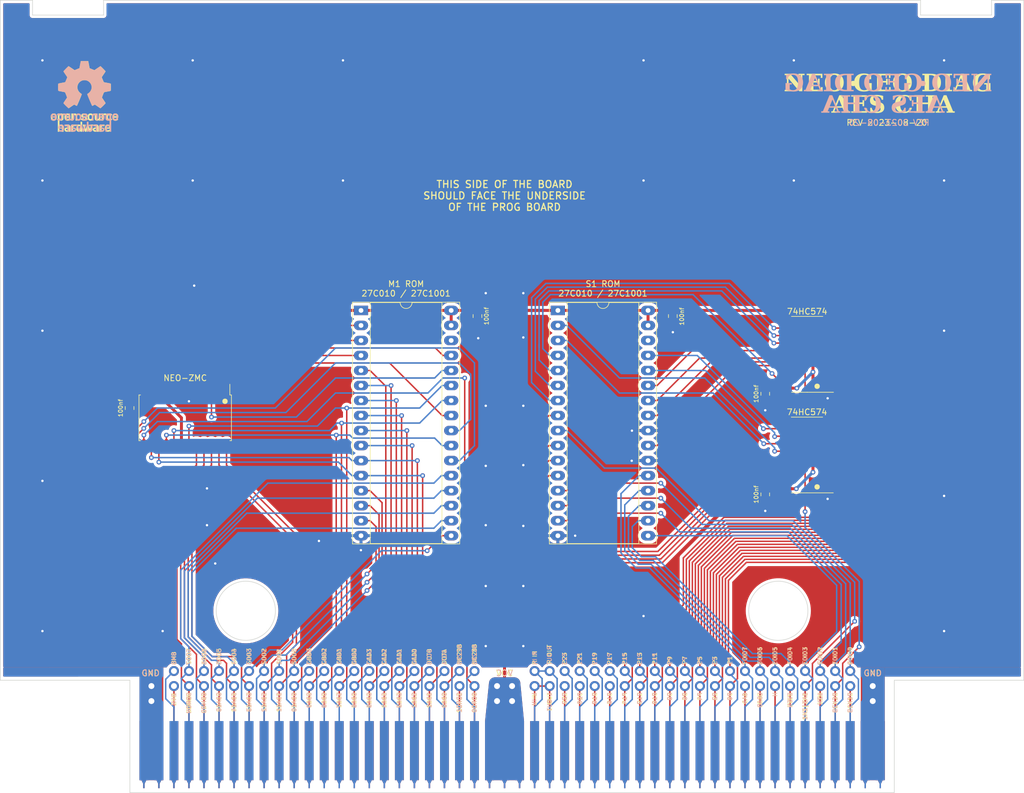
<source format=kicad_pcb>
(kicad_pcb (version 20221018) (generator pcbnew)
  (layers (0 "F.Cu" signal) (31 "B.Cu" signal) (34 "B.Paste" user) (35 "F.Paste" user) (36 "B.SilkS" user "B.Silkscreen") (37 "F.SilkS" user "F.Silkscreen") (38 "B.Mask" user) (39 "F.Mask" user) (44 "Edge.Cuts" user))
  (property "REV" "2023-08-20")
  (net 0 "")
  (net 1 "VCC")
  (net 2 "GND")
  (net 3 "PCK1B")
  (net 4 "PCK2B")
  (net 5 "12M")
  (net 6 "CA4")
  (net 7 "EVEN")
  (net 8 "H")
  (net 9 "LOAD")
  (net 10 "SA3")
  (net 11 "P0")
  (net 12 "P2")
  (net 13 "P4")
  (net 14 "P6")
  (net 15 "P8")
  (net 16 "P10")
  (net 17 "P12")
  (net 18 "P14")
  (net 19 "P16")
  (net 20 "P18")
  (net 21 "P20")
  (net 22 "P22")
  (net 23 "L_AUDIO")
  (net 24 "SDRD0")
  (net 25 "SDA0")
  (net 26 "SDA1")
  (net 27 "SDA2")
  (net 28 "SDA3")
  (net 29 "SDA4")
  (net 30 "SDA5")
  (net 31 "SDA6")
  (net 32 "SDA7")
  (net 33 "SDA8")
  (net 34 "SDA9")
  (net 35 "SDA10")
  (net 36 "SDA11")
  (net 37 "SDA12")
  (net 38 "SDA13")
  (net 39 "SDA14")
  (net 40 "SDA15")
  (net 41 "SDMRD")
  (net 42 "SDROM")
  (net 43 "24M")
  (net 44 "FIXD0")
  (net 45 "FIXD1")
  (net 46 "FIXD2")
  (net 47 "FIXD3")
  (net 48 "FIXD4")
  (net 49 "FIXD5")
  (net 50 "FIXD6")
  (net 51 "FIXD7")
  (net 52 "P1")
  (net 53 "P3")
  (net 54 "P5")
  (net 55 "P7")
  (net 56 "P9")
  (net 57 "P11")
  (net 58 "P13")
  (net 59 "P15")
  (net 60 "P17")
  (net 61 "P19")
  (net 62 "P21")
  (net 63 "P23")
  (net 64 "R_AUDIO")
  (net 65 "NC28B")
  (net 66 "NC29B")
  (net 67 "DOTA")
  (net 68 "DOTB")
  (net 69 "GAD0")
  (net 70 "GAD1")
  (net 71 "GAD2")
  (net 72 "GAD3")
  (net 73 "GBD0")
  (net 74 "GBD1")
  (net 75 "GBD2")
  (net 76 "SDD0")
  (net 77 "SDD1")
  (net 78 "SDD2")
  (net 79 "SDD3")
  (net 80 "SDD4")
  (net 81 "SDD5")
  (net 82 "SDD6")
  (net 83 "SDD7")
  (net 84 "8M")
  (net 85 "SA5")
  (net 86 "SA6")
  (net 87 "SA7")
  (net 88 "SA8")
  (net 89 "SA9")
  (net 90 "SA10")
  (net 91 "SA11")
  (net 92 "SA12")
  (net 93 "M1_A11")
  (net 94 "M1_A12")
  (net 95 "M1_A13")
  (net 96 "M1_A14")
  (net 97 "M1_A15")
  (net 98 "M1_A16")
  (net 104 "SA13")
  (net 105 "SA14")
  (net 106 "SA15")
  (net 107 "SA16")
  (net 108 "SA0")
  (net 109 "SA1")
  (net 110 "SA2")
  (net 111 "SA4")
  (net 114 "GBD3")
  (net 115 "SDRD1")
  (footprint "neogeo-diag:neogeo-aes-a-side-edge" (layer "F.Cu") (at 154.31 152.3)
    (fp_text reference "J1" hide)
    (fp_text value "neogeo-aes-cha-a-side-edge" hide)
  )
  (footprint "Symbol:OSHW-Logo_11.4x12mm_SilkScreen" (layer "F.Cu") (at 80.772 41.656)
    (fp_text reference "REF**" hide)
    (fp_text value "OSHW-Logo_11.4x12mm_SilkScreen" hide)
  )
  (footprint "neogeo-diag:neogeo-aes-edge-test-points" (layer "F.Cu") (at 215.27 141.38 -90)
    (fp_text reference "J2" hide)
    (fp_text value "neogeo-aes-cha-a-side-edge" hide)
  )
  (footprint "Package_SO:SO-20_5.3x12.6mm_P1.27mm" (layer "F.Cu") (at 202.916 85.2805 180)
    (fp_text reference "U1" hide)
    (fp_text value "74HC574")
  )
  (footprint "Package_DIP:DIP-32_W15.24mm_Socket_LongPads" (layer "F.Cu") (at 127.5085 77.85)
    (fp_text reference "U5" hide)
    (fp_text value "27C010 / 27C1001" hide)
  )
  (footprint "neogeo-diag:neogeo-aes-edge-test-points" (layer "F.Cu") (at 215.27 138.84 -90)
    (fp_text reference "J4" hide)
    (fp_text value "neogeo-aes-cha-b-side-edge" hide)
  )
  (footprint "Package_DIP:DIP-32_W15.24mm_Socket_LongPads" (layer "F.Cu") (at 160.782 77.851)
    (fp_text reference "U4" hide)
    (fp_text value "27C010 / 27C1001" hide)
  )
  (footprint "Package_SO:SO-20_5.3x12.6mm_P1.27mm" (layer "F.Cu") (at 202.8825 102.2985 180)
    (fp_text reference "U3" hide)
    (fp_text value "74HC574")
  )
  (footprint "Capacitor_SMD:C_0805_2012Metric" (layer "F.Cu") (at 180.213 78.806 -90)
    (fp_text reference "C4" hide)
    (fp_text value "100nf")
  )
  (footprint "Capacitor_SMD:C_0805_2012Metric" (layer "F.Cu") (at 88.392 94.361 -90)
    (fp_text reference "C2" hide)
    (fp_text value "100nf")
  )
  (footprint "Capacitor_SMD:C_0805_2012Metric" (layer "F.Cu") (at 195.834 108.966 -90)
    (fp_text reference "C3" hide)
    (fp_text value "100nf")
  )
  (footprint "Capacitor_SMD:C_0805_2012Metric" (layer "F.Cu") (at 195.834 91.948 -90)
    (fp_text reference "C1" hide)
    (fp_text value "100nf")
  )
  (footprint "Package_SO:SOIC-24W_7.5x15.4mm_P1.27mm" (layer "F.Cu") (at 97.79 96.012 -90)
    (fp_text reference "U2" hide)
    (fp_text value "NEO-ZMC")
  )
  (footprint "Capacitor_SMD:C_0805_2012Metric" (layer "F.Cu") (at 147.1935 78.806 -90)
    (fp_text reference "C5" hide)
    (fp_text value "100nf")
  )
  (footprint "neogeo-diag:neogeo-aes-b-side-edge" (layer "B.Cu") (at 154.31 152.3 180)
    (fp_text reference "J3" hide)
    (fp_text value "neogeo-aes-cha-b-side-edge" hide)
  )
  (footprint "Symbol:OSHW-Logo_11.4x12mm_SilkScreen" (layer "B.Cu") (at 80.772 41.656 180)
    (fp_text reference "REF**" hide)
    (fp_text value "OSHW-Logo_11.4x12mm_SilkScreen" hide)
  )
  (gr_circle (center 222.467027 39.465) (end 222.092 39.465) (stroke (width 0.15)) (fill solid) (layer "B.SilkS"))
  (gr_circle (center 204.597 107.696) (end 204.972027 107.696) (stroke (width 0.15)) (fill solid) (layer "F.SilkS"))
  (gr_circle (center 104.521 93.218) (end 104.896027 93.218) (stroke (width 0.15)) (fill solid) (layer "F.SilkS"))
  (gr_circle (center 210.687027 39.465) (end 211.062054 39.465) (stroke (width 0.15)) (fill solid) (layer "F.SilkS"))
  (gr_circle (center 204.602973 90.678) (end 204.978 90.678) (stroke (width 0.15)) (fill solid) (layer "F.SilkS"))
  (gr_line (start 88.44 159.4) (end 217.64 159.4) (stroke (width 0.1)) (layer "Edge.Cuts"))
  (gr_line (start 83.99 25.4) (end 222.08 25.4) (stroke (width 0.1)) (layer "Edge.Cuts"))
  (gr_line (start 88.44 140.4) (end 66.54 140.4) (stroke (width 0.1)) (layer "Edge.Cuts"))
  (gr_line (start 234.08 27.9) (end 222.08 27.9) (stroke (width 0.1)) (layer "Edge.Cuts"))
  (gr_line (start 239.53 25.4) (end 234.08 25.4) (stroke (width 0.1)) (layer "Edge.Cuts"))
  (gr_line (start 234.08 25.4) (end 234.08 27.9) (stroke (width 0.1)) (layer "Edge.Cuts"))
  (gr_circle (center 198.04 128.65) (end 203.04 128.65) (stroke (width 0.1)) (fill none) (layer "Edge.Cuts"))
  (gr_line (start 217.64 140.4) (end 239.53 140.4) (stroke (width 0.1)) (layer "Edge.Cuts"))
  (gr_line (start 83.99 27.9) (end 83.99 25.4) (stroke (width 0.1)) (layer "Edge.Cuts"))
  (gr_line (start 88.44 159.4) (end 88.44 140.4) (stroke (width 0.1)) (layer "Edge.Cuts"))
  (gr_line (start 217.64 159.4) (end 217.64 140.4) (stroke (width 0.1)) (layer "Edge.Cuts"))
  (gr_circle (center 108.04 128.65) (end 113.04 128.65) (stroke (width 0.1)) (fill none) (layer "Edge.Cuts"))
  (gr_line (start 239.53 140.4) (end 239.53 25.4) (stroke (width 0.1)) (layer "Edge.Cuts"))
  (gr_line (start 71.99 27.9) (end 83.99 27.9) (stroke (width 0.1)) (layer "Edge.Cuts"))
  (gr_line (start 66.54 140.4) (end 66.54 25.4) (stroke (width 0.1)) (layer "Edge.Cuts"))
  (gr_line (start 222.08 27.9) (end 222.08 25.4) (stroke (width 0.1)) (layer "Edge.Cuts"))
  (gr_line (start 71.99 25.4) (end 71.99 27.9) (stroke (width 0.1)) (layer "Edge.Cuts"))
  (gr_line (start 66.54 25.4) (end 71.99 25.4) (stroke (width 0.1)) (layer "Edge.Cuts"))
  (gr_text "P19" (at 167.005 135.701 90) (layer "B.SilkS") (effects (font (size 0.7 0.7) (thickness 0.12)) (justify left mirror)))
  (gr_text "FIXD1" (at 207.645 134.767667 90) (layer "B.SilkS") (effects (font (size 0.7 0.7) (thickness 0.12)) (justify left mirror)))
  (gr_text "SA3|2H1" (at 202.565 142.367 90) (layer "B.SilkS") (effects (font (size 0.7 0.7) (thickness 0.12)) (justify left mirror)))
  (gr_text "GAD3" (at 128.905 135.067667 90) (layer "B.SilkS") (effects (font (size 0.7 0.7) (thickness 0.12)) (justify left mirror)))
  (gr_text "SDA12" (at 111.125 142.367 90) (layer "B.SilkS") (effects (font (size 0.7 0.7) (thickness 0.12)) (justify left mirror)))
  (gr_text "SDMRD" (at 100.965 142.367 90) (layer "B.SilkS") (effects (font (size 0.7 0.7) (thickness 0.12)) (justify left mirror)))
  (gr_text "SDD2" (at 111.125 135.001 90) (layer "B.SilkS") (effects (font (size 0.7 0.7) (thickness 0.12)) (justify left mirror)))
  (gr_text "DOTB" (at 139.065 135.067668 90) (layer "B.SilkS") (effects (font (size 0.7 0.7) (thickness 0.12)) (justify left mirror)))
  (gr_text "FIXD4" (at 200.025 134.767667 90) (layer "B.SilkS") (effects (font (size 0.7 0.7) (thickness 0.12)) (justify left mirror)))
  (gr_text "P14" (at 172.085 142.367 90) (layer "B.SilkS") (effects (font (size 0.7 0.7) (thickness 0.12)) (justify left mirror)))
  (gr_text "FIXD2" (at 205.105 134.767667 90) (layer "B.SilkS") (effects (font (size 0.7 0.7) (thickness 0.12)) (justify left mirror)))
  (gr_text "SDA6" (at 126.365 142.367 90) (layer "B.SilkS") (effects (font (size 0.7 0.7) (thickness 0.12)) (justify left mirror)))
  (gr_text "P3" (at 187.325 136.367667 90) (layer "B.SilkS") (effects (font (size 0.7 0.7) (thickness 0.12)) (justify left mirror)))
  (gr_text "LOAD" (at 194.945 142.367 90) (layer "B.SilkS") (effects (font (size 0.7 0.7) (thickness 0.12)) (justify left mirror)))
  (gr_text "AES CHA" (at 226.132054 44.905) (layer "B.SilkS") (effects (font (size 2.9 2.9) (thickness 0.58) bold) (justify left bottom mirror)))
  (gr_text "NC29B" (at 144.145 134.267667 90) (layer "B.SilkS") (effects (font (size 0.7 0.7) (thickness 0.12)) (justify left mirror)))
  (gr_text "L IN" (at 156.8196 142.4178 90) (layer "B.SilkS") (effects (font (size 0.7 0.7) (thickness 0.12)) (justify left mirror)))
  (gr_text "NEO GEO DIAG\n" (at 216.577027 41.275) (layer "B.SilkS") (effects (font (size 2.9 2.9) (thickness 0.556) bold) (justify bottom mirror)))
  (gr_text "P7" (at 182.245 136.367667 90) (layer "B.SilkS") (effects (font (size 0.7 0.7) (thickness 0.12)) (justify left mirror)))
  (gr_text "GND" (at 213.995 139.192) (layer "B.SilkS") (effects (font (size 1 1)) (justify mirror)))
  (gr_text "SDROM" (at 98.425 142.367 90) (layer "B.SilkS") (effects (font (size 0.7 0.7) (thickness 0.12)) (justify left mirror)))
  (gr_text "P23" (at 161.925 135.701 90) (layer "B.SilkS") (effects (font (size 0.7 0.7) (thickness 0.12)) (justify left mirror)))
  (gr_text "R IN" (at 156.8704 135.434335 90) (layer "B.SilkS") (effects (font (size 0.7 0.7) (thickness 0.12)) (justify left mirror)))
  (gr_text "P21" (at 164.465 135.701 90) (layer "B.SilkS") (effects (font (size 0.7 0.7) (thickness 0.12)) (justify left mirror)))
  (gr_text "SDA13" (at 108.585 142.367 90) (layer "B.SilkS") (effects (font (size 0.7 0.7) (thickness 0.12)) (justify left mirror)))
  (gr_text "P11" (at 177.165 135.701 90) (layer "B.SilkS") (effects (font (size 0.7 0.7) (thickness 0.12)) (justify left mirror)))
  (gr_text "SDA3" (at 133.985 142.367 90) (layer "B.SilkS") (effects (font (size 0.7 0.7) (thickness 0.12)) (justify left mirror)))
  (gr_text "SDA0" (at 141.605 142.367 90) (layer "B.SilkS") (effects (font (size 0.7 0.7) (thickness 0.12)) (justify left mirror)))
  (gr_text "SDA9" (at 118.745 142.367 90) (layer "B.SilkS") (effects (font (size 0.7 0.7) (thickness 0.12)) (justify left mirror)))
  (gr_text "NC28B" (at 146.685 134.267667 90) (layer "B.SilkS") (effects (font (size 0.7 0.7) (thickness 0.12)) (justify left mirror)))
  (gr_text "VCC" (at 151.765 139.192) (layer "B.SilkS") (effects (font (size 1 1)) (justify mirror)))
  (gr_text "EVEN" (at 200.025 142.367 90) (layer "B.SilkS") (effects (font (size 0.7 0.7) (thickness 0.12)) (justify left mirror)))
  (gr_text "P1" (at 189.865 136.367667 90) (layer "B.SilkS") (effects (font (size 0.7 0.7) (thickness 0.12)) (justify left mirror)))
  (gr_text "DOTA" (at 141.605 135.167668 90) (layer "B.SilkS") (effects (font (size 0.7 0.7) (thickness 0.12)) (justify left mirror)))
  (gr_text "SDRD1" (at 144.145 142.367 90) (layer "B.SilkS") (effects (font (size 0.8 0.7) (thickness 0.12)) (justify left mirror)))
  (gr_text "CA4" (at 192.405 142.367 90) (layer "B.SilkS") (effects (font (size 0.7 0.7) (thickness 0.12)) (justify left mirror)))
  (gr_text "SDD0" (at 116.205 135.001 90) (layer "B.SilkS") (effects (font (size 0.7 0.7) (thickness 0.12)) (justify left mirror)))
  (gr_text "P22" (at 161.925 142.367 90) (layer "B.SilkS") (effects (font (size 0.7 0.7) (thickness 0.12)) (justify left mirror)))
  (gr_text "SDA10" (at 116.205 142.367 90) (layer "B.SilkS") (effects (font (size 0.7 0.7) (thickness 0.12)) (justify left mirror)))
  (gr_text "SDA7" (at 123.825 142.367 90) (layer "B.SilkS") (effects (font (size 0.7 0.7) (thickness 0.12)) (justify left mirror)))
  (gr_text "GBD1" (at 123.825 134.967667 90) (layer "B.SilkS") (effects (font (size 0.7 0.7) (thickness 0.12)) (justify left mirror)))
  (gr_text "FIXD0" (at 210.185 134.767667 90) (layer "B.SilkS") (effects (font (size 0.7 0.7) (thickness 0.12)) (justify left mirror)))
  (gr_text "P18" (at 167.005 142.367 90) (layer "B.SilkS") (effects (font (size 0.7 0.7) (thickness 0.12)) (justify left mirror)))
  (gr_text "SDRD0" (at 146.685 142.367 90) (layer "B.SilkS") (effects (font (size 0.7 0.7) (thickness 0.12)) (justify left mirror)))
  (gr_text "SDA4" (at 131.445 142.367 90) (layer "B.SilkS") (effects (font (size 0.7 0.7) (thickness 0.12)) (justify left mirror)))
  (gr_text "GBD0" (at 126.365 134.967667 90) (layer "B.SilkS") (effects (font (size 0.7 0.7) (thickness 0.12)) (justify left mirror)))
  (gr_text "GAD0" (at 136.525 135.067667 90) (layer "B.SilkS") (effects (font (size 0.7 0.7) (thickness 0.12)) (justify left mirror)))
  (gr_text "PCK1B" (at 210.185 142.367 90) (layer "B.SilkS") (effects (font (size 0.7 0.7) (thickness 0.12)) (justify left mirror)))
  (gr_text "FIXD7" (at 192.405 134.767667 90) (layer "B.SilkS") (effects (font (size 0.7 0.7) (thickness 0.12)) (justify left mirror)))
  (gr_text "P12" (at 174.625 142.367 90) (layer "B.SilkS") (effects (font (size 0.7 0.7) (thickness 0.12)) (justify left mirror)))
  (gr_text "SDA1" (at 139.065 142.367 90) (layer "B.SilkS") (effects (font (size 0.7 0.7) (thickness 0.12)) (justify left mirror)))
  (gr_text "FIXD3" (at 202.565 134.767667 90) (layer "B.SilkS") (effects (font (size 0.7 0.7) (thickness 0.12)) (justify left mirror)))
  (gr_text "SDA14" (at 106.045 142.367 90) (layer "B.SilkS") (effects (font (size 0.7 0.7) (thickness 0.12)) (justify left mirror)))
  (gr_text "GBD2" (at 121.285 134.967667 90) (layer "B.SilkS") (effects (font (size 0.7 0.7) (thickness 0.12)) (justify left mirror)))
  (gr_text "P9" (at 179.705 136.367667 90) (layer "B.SilkS") (effects (font (size 0.7 0.7) (thickness 0.12)) (justify left mirror)))
  (gr_text "REV ${REV}" (at 216.762054 46.095) (layer "B.SilkS") (effects (font (size 1 1)) (justify mirror)))
  (gr_text "GBD3" (at 118.745 134.967667 90) (layer "B.SilkS") (effects (font (size 0.7 0.7) (thickness 0.12)) (justify left mirror)))
  (gr_text "FIXD5" (at 197.485 134.767667 90) (layer "B.SilkS") (effects (font (size 0.7 0.7) (thickness 0.12)) (justify left mirror)))
  (gr_text "12M" (at 205.105 142.367 90) (layer "B.SilkS") (effects (font (size 0.7 0.7) (thickness 0.12)) (justify left mirror)))
  (gr_text "SDA5" (at 128.905 142.367 90) (layer "B.SilkS") (effects (font (size 0.7 0.7) (thickness 0.12)) (justify left mirror)))
  (gr_text "SDD6" (at 101.0158 135.001 90) (layer "B.SilkS") (effects (font (size 0.7 0.7) (thickness 0.12)) (justify left mirror)))
  (gr_text "P5" (at 184.785 136.367667 90) (layer "B.SilkS") (effects (font (size 0.7 0.7) (thickness 0.12)) (justify left mirror)))
  (gr_text "SDA15" (at 103.505 142.367 90) (layer "B.SilkS") (effects (font (size 0.7 0.7) (thickness 0.12)) (justify left mirror)))
  (gr_text "P20" (at 164.515 142.367 90) (layer "B.SilkS") (effects (font (size 0.7 0.7) (thickness 0.12)) (justify left mirror)))
  (gr_text "PCK2B" (at 207.645 142.367 90) (layer "B.SilkS") (effects (font (size 0.7 0.7) (thickness 0.12)) (justify left mirror)))
  (gr_text "P4" (at 184.785 142.367 90) (layer "B.SilkS") (effects (font (size 0.7 0.7) (thickness 0.12)) (justify left mirror)))
  (gr_text "SDD4" (at 106.045 135.001 90) (layer "B.SilkS") (effects (font (size 0.7 0.7) (thickness 0.12) bold) (justify left mirror)))
  (gr_text "24M" (at 95.885 142.494 90) (layer "B.SilkS") (effects (font (size 0.7 0.7) (thickness 0.12) bold) (justify left mirror)))
  (gr_text "SDD7" (at 98.425 135.001 90) (layer "B.SilkS") (effects (font (size 0.7 0.7) (thickness 0.12)) (justify left mirror)))
  (gr_text "L OUT" (at 159.385 142.4178 90) (layer "B.SilkS") (effects (font (size 0.7 0.7) (thickness 0.12)) (justify left mirror)))
  (gr_text "GAD2" (at 131.445 135.067667 90) (layer "B.SilkS") (effects (font (size 0.7 0.7) (thickness 0.12)) (justify left mirror)))
  (gr_text "P13" (at 174.625 135.701 90) (layer "B.SilkS") (effects (font (size 0.7 0.7) (thickness 0.12)) (justify left mirror)))
  (gr_text "P17" (at 169.545 135.701 90) (layer "B.SilkS") (effects (font (size 0.7 0.7) (thickness 0.12)) (justify left mirror)))
  (gr_text "P2" (at 187.325 142.367 90) (layer "B.SilkS") (effects (font (size 0.7 0.7) (thickness 0.12)) (justify left mirror)))
  (gr_text "SDD3" (at 108.585 135.001 90) (layer "B.SilkS") (effects (font (size 0.7 0.7) (thickness 0.12) bold) (justify left mirror)))
  (gr_text "SDA2" (at 136.525 142.367 90) (layer "B.SilkS") (effects (font (size 0.7 0.7) (thickness 0.12)) (justify left mirror)))
  (gr_text "P10" (at 177.165 142.367 90) (layer "B.SilkS") (effects (font (size 0.7 0.7) (thickness 0.12)) (justify left mirror)))
  (gr_text "GND" (at 91.948 139.192) (layer "B.SilkS") (effects (font (size 1 1)) (justify mirror)))
  (gr_text "GAD1" (at 133.985 135.067667 90) (layer "B.SilkS") (effects (font (size 0.7 0.7) (thickness 0.12)) (justify left mirror)))
  (gr_text "R OUT" (at 159.3596 134.501002 90) (layer "B.SilkS") (effects (font (size 0.7 0.7) (thickness 0.12)) (justify left mirror)))
  (gr_text "8MB" (at 95.885 135.567667 90) (layer "B.SilkS") (effects (font (size 0.7 0.7) (thickness 0.12)) (justify left mirror)))
  (gr_text "P16" (at 169.545 142.367 90) (layer "B.SilkS") (effects (font (size 0.7 0.7) (thickness 0.12)) (justify left mirror)))
  (gr_text "SDA8" (at 121.285 142.367 90) (layer "B.SilkS") (effects (font (size 0.7 0.7) (thickness 0.12)) (justify left mirror)))
  (gr_text "P6" (at 182.245 142.367 90) (layer "B.SilkS") (effects (font (size 0.7 0.7) (thickness 0.12)) (justify left mirror)))
  (gr_text "P8" (at 179.705 142.367 90) (layer "B.SilkS") (effects (font (size 0.7 0.7) (thickness 0.12)) (justify left mirror)))
  (gr_text "P15" (at 172.085 135.701 90) (layer "B.SilkS") (effects (font (size 0.7 0.7) (thickness 0.12)) (justify left mirror)))
  (gr_text "H" (at 197.485 142.367 90) (layer "B.SilkS") (effects (font (size 0.7 0.7) (thickness 0.12)) (justify left mirror)))
  (gr_text "FIXD6" (at 194.945 134.767667 90) (layer "B.SilkS") (effects (font (size 0.7 0.7) (thickness 0.12)) (justify left mirror)))
  (gr_text "SDD5" (at 103.505 135.001 90) (layer "B.SilkS") (effects (font (size 0.7 0.7) (thickness 0.12)) (justify left mirror)))
  (gr_text "P0" (at 189.865 142.367 90) (layer "B.SilkS") (effects (font (size 0.7 0.7) (thickness 0.12)) (justify left mirror)))
  (gr_text "SDD1" (at 113.665 135.001 90) (layer "B.SilkS") (effects (font (size 0.7 0.7) (thickness 0.12)) (justify left mirror)))
  (gr_text "SDA11" (at 113.665 142.367 90) (layer "B.SilkS") (effects (font (size 0.7 0.7) (thickness 0.12)) (justify left mirror)))
  (gr_text "H" (at 197.485 142.367 90) (layer "F.SilkS") (effects (font (size 0.7 0.7) (thickness 0.12)) (justify right)))
  (gr_text "SDA15" (at 103.505 142.367 90) (layer "F.SilkS") (effects (font (size 0.7 0.7) (thickness 0.12)) (justify right)))
  (gr_text "SDD6" (at 101.0158 137.795 90) (layer "F.SilkS") (effects (font (size 0.7 0.7) (thickness 0.12)) (justify left)))
  (gr_text "FIXD7" (at 192.405 137.795 90) (layer "F.SilkS") (effects (font (size 0.7 0.7) (thickness 0.12)) (justify left)))
  (gr_text "VCC" (at 151.765 139.192) (layer "F.SilkS") (effects (font (size 1 1))))
  (gr_text "P1" (at 189.865 137.795 90) (layer "F.SilkS") (effects (font (size 0.7 0.7) (thickness 0.12)) (justify left)))
  (gr_text "AES CHA" (at 207.022 44.905) (layer "F.SilkS") (effects (font (size 2.9 2.9) (thickness 0.58) bold) (justify left bottom)))
  (gr_text "SDD4" (at 106.045 137.795 90) (layer "F.SilkS") (effects (font (size 0.7 0.7) (thickness 0.12) bold) (justify left)))
  (gr_text "P16" (at 169.545 142.367 90) (layer "F.SilkS") (effects (font (size 0.7 0.7) (thickness 0.12)) (justify right)))
  (gr_text "P21" (at 164.465 137.795 90) (layer "F.SilkS") (effects (font (size 0.7 0.7) (thickness 0.12)) (justify left)))
  (gr_text "FIXD5" (at 197.485 137.795 90) (layer "F.SilkS") (effects (font (size 0.7 0.7) (thickness 0.12)) (justify left)))
  (gr_text "SDA13" (at 108.585 142.367 90) (layer "F.SilkS") (effects (font (size 0.7 0.7) (thickness 0.12)) (justify right)))
  (gr_text "GAD1" (at 133.985 137.795 90) (layer "F.SilkS") (effects (font (size 0.7 0.7) (thickness 0.12)) (justify left)))
  (gr_text "SDD7" (at 98.425 137.795 90) (layer "F.SilkS") (effects (font (size 0.7 0.7) (thickness 0.12)) (justify left)))
  (gr_text "FIXD3" (at 202.565 137.795 90) (layer "F.SilkS") (effects (font (size 0.7 0.7) (thickness 0.12)) (justify left)))
  (gr_text "SDD5" (at 103.505 137.795 90) (layer "F.SilkS") (effects (font (size 0.7 0.7) (thickness 0.12)) (justify left)))
  (gr_text "SDA4" (at 131.445 142.367 90) (layer "F.SilkS") (effects (font (size 0.7 0.7) (thickness 0.12)) (justify right)))
  (gr_text "P11" (at 177.165 137.795 90) (layer "F.SilkS") (effects (font (size 0.7 0.7) (thickness 0.12)) (justify left)))
  (gr_text "SDROM" (at 98.425 142.367 90) (layer "F.SilkS") (effects (font (size 0.7 0.7) (thickness 0.12)) (justify right)))
  (gr_text "M1 ROM\n27C010 / 27C1001" (at 135.1285 75.565) (layer "F.SilkS") (effects (font (size 1 1)) (justify bottom)))
  (gr_text "SDA12" (at 111.125 142.367 90) (layer "F.SilkS") (effects (font (size 0.7 0.7) (thickness 0.12)) (justify right)))
  (gr_text "P0" (at 189.865 142.367 90) (layer "F.SilkS") (effects (font (size 0.7 0.7) (thickness 0.12)) (justify right)))
  (gr_text "P14" (at 172.085 142.367 90) (layer "F.SilkS") (effects (font (size 0.7 0.7) (thickness 0.12)) (justify right)))
  (gr_text "FIXD6" (at 194.945 137.795 90) (layer "F.SilkS") (effects (font (size 0.7 0.7) (thickness 0.12)) (justify left)))
  (gr_text "THIS SIDE OF THE BOARD\nSHOULD FACE THE UNDERSIDE\nOF THE PROG BOARD" (at 151.765 61.087) (layer "F.SilkS") (effects (font (size 1.2 1.2) (thickness 0.2) bold) (justify bottom)))
  (gr_text "SDD2" (at 111.125 137.795 90) (layer "F.SilkS") (effects (font (size 0.7 0.7) (thickness 0.12)) (justify left)))
  (gr_text "R OUT" (at 159.3596 137.6934 90) (layer "F.SilkS") (effects (font (size 0.7 0.7) (thickness 0.12)) (justify left)))
  (gr_text "EVEN" (at 200.025 142.367 90) (layer "F.SilkS") (effects (font (size 0.7 0.7) (thickness 0.12)) (justify right)))
  (gr_text "SDA7" (at 123.825 142.367 90) (layer "F.SilkS") (effects (font (size 0.7 0.7) (thickness 0.12)) (justify right)))
  (gr_text "P8" (at 179.705 142.367 90) (layer "F.SilkS") (effects (font (size 0.7 0.7) (thickness 0.12)) (justify right)))
  (gr_text "SDA9" (at 118.745 142.367 90) (layer "F.SilkS") (effects (font (size 0.7 0.7) (thickness 0.12)) (justify right)))
  (gr_text "PCK2B" (at 207.645 142.367 90) (layer "F.SilkS") (effects (font (size 0.7 0.7) (thickness 0.12)) (justify right)))
  (gr_text "L IN" (at 156.8196 142.4178 90) (layer "F.SilkS") (effects (font (size 0.7 0.7) (thickness 0.12)) (justify right)))
  (gr_text "12M" (at 205.105 142.367 90) (layer "F.SilkS") (effects (font (size 0.7 0.7) (thickness 0.12)) (justify right)))
  (gr_text "GAD2" (at 131.445 137.795 90) (layer "F.SilkS") (effects (font (size 0.7 0.7) (thickness 0.12)) (justify left)))
  (gr_text "P20" (at 164.515 142.367 90) (layer "F.SilkS") (effects (font (size 0.7 0.7) (thickness 0.12)) (justify right)))
  (gr_text "P19" (at 167.005 137.795 90) (layer "F.SilkS") (effects (font (size 0.7 0.7) (thickness 0.12)) (justify left)))
  (gr_text "SDMRD" (at 100.965 142.367 90) (layer "F.SilkS") (effects (font (size 0.7 0.7) (thickness 0.12)) (justify right)))
  (gr_text "SDA8" (at 121.285 142.367 90) (layer "F.SilkS") (effects (font (size 0.7 0.7) (thickness 0.12)) (justify right)))
  (gr_text "P5" (at 184.785 137.795 90) (layer "F.SilkS") (effects (font (size 0.7 0.7) (thickness 0.12)) (justify left)))
  (gr_text "24M" (at 95.885 142.494 90) (layer "F.SilkS") (effects (font (size 0.7 0.7) (thickness 0.12) bold) (justify right)))
  (gr_text "SDA5" (at 128.905 142.367 90) (layer "F.SilkS") (effects (font (size 0.7 0.7) (thickness 0.12)) (justify right)))
  (gr_text "SDA2" (at 136.525 142.367 90) (layer "F.SilkS") (effects (font (size 0.7 0.7) (thickness 0.12)) (justify right)))
  (gr_text "DOTA" (at 141.605 137.795 90) (layer "F.SilkS") (effects (font (size 0.7 0.7) (thickness 0.12)) (justify left)))
  (gr_text "GAD0" (at 136.525 137.795 90) (layer "F.SilkS") (effects (font (size 0.7 0.7) (thickness 0.12)) (justify left)))
  (gr_text "SDA14" (at 106.045 142.367 90) (layer "F.SilkS") (effects (font (size 0.7 0.7) (thickness 0.12)) (justify right)))
  (gr_text "P15" (at 172.085 137.795 90) (layer "F.SilkS") (effects (font (size 0.7 0.7) (thickness 0.12)) (justify left)))
  (gr_text "P10" (at 177.165 142.367 90) (layer "F.SilkS") (effects (font (size 0.7 0.7) (thickness 0.12)) (justify right)))
  (gr_text "SDA3" (at 133.985 142.367 90) (layer "F.SilkS") (effects (font (size 0.7 0.7) (thickness 0.12)) (justify right)))
  (gr_text "P13" (at 174.625 137.795 90) (layer "F.SilkS") (effects (font (size 0.7 0.7) (thickness 0.12)) (justify left)))
  (gr_text "FIXD1" (at 207.645 137.795 90) (layer "F.SilkS") (effects (font (size 0.7 0.7) (thickness 0.12)) (justify left)))
  (gr_text "NC28B" (at 146.685 137.795 90) (layer "F.SilkS") (effects (font (size 0.7 0.7) (thickness 0.12)) (justify left)))
  (gr_text "PCK1B" (at 210.185 142.367 90) (layer "F.SilkS") (effects (font (size 0.7 0.7) (thickness 0.12)) (justify right)))
  (gr_text "P17" (at 169.545 137.795 90) (layer "F.SilkS") (effects (font (size 0.7 0.7) (thickness 0.12)) (justify left)))
  (gr_text "GND" (at 91.948 139.192) (layer "F.SilkS") (effects (font (size 1 1))))
  (gr_text "L OUT" (at 159.385 142.4178 90) (layer "F.SilkS") (effects (font (size 0.7 0.7) (thickness 0.12)) (justify right)))
  (gr_text "P4" (at 184.785 142.367 90) (layer "F.SilkS") (effects (font (size 0.7 0.7) (thickness 0.12)) (justify right)))
  (gr_text "GBD3" (at 118.745 137.795 90) (layer "F.SilkS") (effects (font (size 0.7 0.7) (thickness 0.12)) (justify left)))
  (gr_text "SDD0" (at 116.205 137.795 90) (layer "F.SilkS") (effects (font (size 0.7 0.7) (thickness 0.12)) (justify left)))
  (gr_text "SDA1" (at 139.065 142.367 90) (layer "F.SilkS") (effects (font (size 0.7 0.7) (thickness 0.12)) (justify right)))
  (gr_text "S1 ROM\n27C010 / 27C1001" (at 168.402 75.565) (layer "F.SilkS") (effects (font (size 1 1)) (justify bottom)))
  (gr_text "P18" (at 167.005 142.367 90) (layer "F.SilkS") (effects (font (size 0.7 0.7) (thickness 0.12)) (justify right)))
  (gr_text "P9" (at 179.705 137.795 90) (layer "F.SilkS") (effects (font (size 0.7 0.7) (thickness 0.12)) (justify left)))
  (gr_text "NC29B" (at 144.145 137.795 90) (layer "F.SilkS") (effects (font (size 0.7 0.7) (thickness 0.12)) (justify left)))
  (gr_text "SDD3" (at 108.585 137.795 90) (layer "F.SilkS") (effects (font (size 0.7 0.7) (thickness 0.12) bold) (justify left)))
  (gr_text "SDA11" (at 113.665 142.367 90) (layer "F.SilkS") (effects (font (size 0.7 0.7) (thickness 0.12)) (justify right)))
  (gr_text "GBD0" (at 126.365 137.795 90) (layer "F.SilkS") (effects (font (size 0.7 0.7) (thickness 0.12)) (justify left)))
  (gr_text "SDD1" (at 113.665 137.795 90) (layer "F.SilkS") (effects (font (size 0.7 0.7) (thickness 0.12)) (justify left)))
  (gr_text "P2" (at 187.325 142.367 90) (layer "F.SilkS") (effects (font (size 0.7 0.7) (thickness 0.12)) (justify right)))
  (gr_text "SA3|2H1" (at 202.565 142.367 90) (layer "F.SilkS") (effects (font (size 0.7 0.7) (thickness 0.12)) (justify right)))
  (gr_text "P7" (at 182.245 137.795 90) (layer "F.SilkS") (effects (font (size 0.7 0.7) (thickness 0.12)) (justify left)))
  (gr_text "SDA10" (at 116.205 142.367 90) (layer "F.SilkS") (effects (font (size 0.7 0.7) (thickness 0.12)) (justify right)))
  (gr_text "GND" (at 213.995 139.192) (layer "F.SilkS") (effects (font (size 1 1))))
  (gr_text "NEO GEO DIAG\n" (at 216.577027 41.275) (layer "F.SilkS") (effects (font (size 2.9 2.9) (thickness 0.556) bold) (justify bottom)))
  (gr_text "FIXD0" (at 210.185 137.795 90) (layer "F.SilkS") (effects (font (size 0.7 0.7) (thickness 0.12)) (justify left)))
  (gr_text "GAD3" (at 128.905 137.795 90) (layer "F.SilkS") (effects (font (size 0.7 0.7) (thickness 0.12)) (justify left)))
  (gr_text "SDA6" (at 126.365 142.367 90) (layer "F.SilkS") (effects (font (size 0.7 0.7) (thickness 0.12)) (justify right)))
  (gr_text "GBD1" (at 123.825 137.795 90) (layer "F.SilkS") (effects (font (size 0.7 0.7) (thickness 0.12)) (justify left)))
  (gr_text "P12" (at 174.625 142.367 90) (layer "F.SilkS") (effects (font (size 0.7 0.7) (thickness 0.12)) (justify right)))
  (gr_text "8MB" (at 95.885 137.795 90) (layer "F.SilkS") (effects (font (size 0.7 0.7) (thickness 0.12)) (justify left)))
  (gr_text "CA4" (at 192.405 142.367 90) (layer "F.SilkS") (effects (font (size 0.7 0.7) (thickness 0.12)) (justify right)))
  (gr_text "FIXD4" (at 200.025 137.795 90) (layer "F.SilkS") (effects (font (size 0.7 0.7) (thickness 0.12)) (justify left)))
  (gr_text "P6" (at 182.245 142.367 90) (layer "F.SilkS") (effects (font (size 0.7 0.7) (thickness 0.12)) (justify right)))
  (gr_text "SDRD0" (at 146.685 142.367 90) (layer "F.SilkS") (effects (font (size 0.7 0.7) (thickness 0.12)) (justify right)))
  (gr_text "R IN" (at 156.8704 137.795 90) (layer "F.SilkS") (effects (font (size 0.7 0.7) (thickness 0.12)) (justify left)))
  (gr_text "DOTB" (at 139.065 137.795 90) (layer "F.SilkS") (effects (font (size 0.7 0.7) (thickness 0.12)) (justify left)))
  (gr_text "P3" (at 187.325 137.795 90) (layer "F.SilkS") (effects (font (size 0.7 0.7) (thickness 0.12)) (justify left)))
  (gr_text "P23" (at 161.925 137.795 90) (layer "F.SilkS") (effects (font (size 0.7 0.7) (thickness 0.12)) (justify left)))
  (gr_text "GBD2" (at 121.285 137.795 90) (layer "F.SilkS") (effects (font (size 0.7 0.7) (thickness 0.12)) (justify left)))
  (gr_text "FIXD2" (at 205.105 137.795 90) (layer "F.SilkS") (effects (font (size 0.7 0.7) (thickness 0.12)) (justify left)))
  (gr_text "REV ${REV}" (at 216.392 46.095) (layer "F.SilkS") (effects (font (size 1 1))))
  (gr_text "SDA0" (at 141.605 142.367 90) (layer "F.SilkS") (effects (font (size 0.7 0.7) (thickness 0.12)) (justify right)))
  (gr_text "SDRD1" (at 144.145 142.367 90) (layer "F.SilkS") (effects (font (size 0.8 0.7) (thickness 0.12)) (justify right)))
  (gr_text "LOAD" (at 194.945 142.367 90) (layer "F.SilkS") (effects (font (size 0.7 0.7) (thickness 0.12)) (justify right)))
  (gr_text "P22" (at 161.925 142.367 90) (layer "F.SilkS") (effects (font (size 0.7 0.7) (thickness 0.12)) (justify right)))
  (segment (start 127.5085 77.85) (end 142.7485 77.85) (width 0.5) (layer "F.Cu") (net 1))
  (segment (start 195.8365 108.0135) (end 195.834 108.016) (width 0.5) (layer "F.Cu") (net 1))
  (segment (start 160.782 77.851) (end 176.022 77.851) (width 0.5) (layer "F.Cu") (net 1))
  (segment (start 196.789 108.0135) (end 196.7865 108.016) (width 0.5) (layer "F.Cu") (net 1))
  (segment (start 201.8715 77.856) (end 203.8985 79.883) (width 0.5) (layer "F.Cu") (net 1))
  (segment (start 94.615 93.472) (end 97.155 96.012) (width 0.5) (layer "F.Cu") (net 1))
  (segment (start 196.789 90.9955) (end 196.7865 90.998) (width 0.5) (layer "F.Cu") (net 1))
  (segment (start 151.765 140.115) (end 151.765 77.851) (width 0.5) (layer "F.Cu") (net 1))
  (segment (start 142.7495 77.851) (end 142.7485 77.85) (width 0.5) (layer "F.Cu") (net 1))
  (segment (start 176.022 77.851) (end 180.152 77.851) (width 0.5) (layer "F.Cu") (net 1))
  (segment (start 199.4535 90.9955) (end 196.789 90.9955) (width 0.5) (layer "F.Cu") (net 1))
  (segment (start 180.213 77.856) (end 201.8715 77.856) (width 0.5) (layer "F.Cu") (net 1))
  (segment (start 88.453 93.472) (end 94.615 93.472) (width 0.5) (layer "F.Cu") (net 1))
  (segment (start 88.392 90.424) (end 100.966 77.85) (width 0.5) (layer "F.Cu") (net 1))
  (segment (start 203.8985 79.883) (end 203.8985 105.2068) (width 0.5) (layer "F.Cu") (net 1))
  (segment (start 147.1935 77.851) (end 142.7495 77.851) (width 0.5) (layer "F.Cu") (net 1))
  (segment (start 199.42 108.0135) (end 196.789 108.0135) (width 0.5) (layer "F.Cu") (net 1))
  (segment (start 199.42 108.0135) (end 201.0791 108.0135) (width 0.5) (layer "F.Cu") (net 1))
  (segment (start 201.168 90.9955) (end 199.4535 90.9955) (width 0.5) (layer "F.Cu") (net 1))
  (segment (start 97.155 96.012) (end 97.155 100.662) (width 0.5) (layer "F.Cu") (net 1))
  (segment (start 100.966 77.85) (end 127.5085 77.85) (width 0.5) (layer "F.Cu") (net 1))
  (segment (start 196.789 108.0135) (end 195.8365 108.0135) (width 0.5) (layer "F.Cu") (net 1))
  (segment (start 196.789 90.9955) (end 195.8365 90.9955) (width 0.5) (layer "F.Cu") (net 1))
  (segment (start 88.392 93.411) (end 88.453 93.472) (width 0.5) (layer "F.Cu") (net 1))
  (segment (start 88.392 93.472) (end 88.392 90.424) (width 0.5) (layer "F.Cu") (net 1))
  (segment (start 158.3695 77.851) (end 147.1935 77.851) (width 0.5) (layer "F.Cu") (net 1))
  (segment (start 151.765 77.851) (end 160.782 77.851) (width 0.5) (layer "F.Cu") (net 1))
  (segment (start 195.8365 90.9955) (end 195.834 90.998) (width 0.5) (layer "F.Cu") (net 1))
  (segment (start 142.7485 80.39) (end 142.7485 77.85) (width 0.5) (layer "F.Cu") (net 1))
  (segment (start 151.765 140.115) (end 151.765 143.002) (width 0.5) (layer "F.Cu") (net 1))
  (segment (start 176.022 77.851) (end 176.022 80.391) (width 0.5) (layer "F.Cu") (net 1))
  (via (at 203.8985 105.2068) (size 0.8) (drill 0.4) (layers "F.Cu" "B.Cu") (net 1))
  (via (at 203.8985 88.265) (size 0.8) (drill 0.4) (layers "F.Cu" "B.Cu") (net 1))
  (via (at 201.0791 108.0135) (size 0.8) (drill 0.4) (layers "F.Cu" "B.Cu") (net 1))
  (via (at 201.168 90.9955) (size 0.8) (drill 0.4) (layers "F.Cu" "B.Cu") (net 1))
  (segment (start 203.8985 105.2068) (end 203.8731 105.2068) (width 0.5) (layer "B.Cu") (net 1))
  (segment (start 203.8985 88.265) (end 201.168 90.9955) (width 0.5) (layer "B.Cu") (net 1))
  (segment (start 201.0791 108.0008) (end 201.0791 108.0135) (width 0.5) (layer "B.Cu") (net 1))
  (segment (start 203.8731 105.2068) (end 201.0791 108.0008) (width 0.5) (layer "B.Cu") (net 1))
  (segment (start 206.345 108.0135) (end 206.345 109.698) (width 0.5) (layer "F.Cu") (net 2))
  (segment (start 173.26 103.28) (end 173.289 103.251) (width 0.5) (layer "F.Cu") (net 2))
  (segment (start 173.289 103.251) (end 176.022 103.251) (width 0.5) (layer "F.Cu") (net 2))
  (segment (start 160.782 115.951) (end 163.703 115.951) (width 0.5) (layer "F.Cu") (net 2))
  (segment (start 173.409 98.171) (end 173.3 98.28) (width 0.5) (layer "F.Cu") (net 2))
  (segment (start 127.5085 115.95) (end 127.5085 118.3815) (width 0.5) (layer "F.Cu") (net 2))
  (segment (start 98.425 91.362) (end 98.425 93.22) (width 0.5) (layer "F.Cu") (net 2))
  (segment (start 127.5085 118.3815) (end 127.49 118.4) (width 0.5) (layer "F.Cu") (net 2))
  (segment (start 206.345 109.698) (end 206.375 109.728) (width 0.5) (layer "F.Cu") (net 2))
  (segment (start 176.022 98.171) (end 173.409 98.171) (width 0.5) (layer "F.Cu") (net 2))
  (segment (start 206.3785 92.4595) (end 206.3785 90.9955) (width 0.5) (layer "F.Cu") (net 2))
  (via (at 147.32 82.55) (size 0.8) (drill 0.4) (layers "F.Cu" "B.Cu") (net 2))
  (via (at 154.94 124.46) (size 0.8) (drill 0.4) (layers "F.Cu" "B.Cu") (net 2))
  (via (at 154.94 134.62) (size 0.8) (drill 0.4) (layers "F.Cu" "B.Cu") (net 2))
  (via (at 120.3965 116.84) (size 0.8) (drill 0.4) (layers "F.Cu" "B.Cu") (net 2))
  (via (at 73.66 132.08) (size 0.8) (drill 0.4) (layers "F.Cu" "B.Cu") (net 2))
  (via (at 124.46 35.56) (size 0.8) (drill 0.4) (layers "F.Cu" "B.Cu") (net 2))
  (via (at 200.66 55.88) (size 0.8) (drill 0.4) (layers "F.Cu" "B.Cu") (net 2))
  (via (at 226.06 81.28) (size 0.8) (drill 0.4) (layers "F.Cu" "B.Cu") (net 2))
  (via (at 148.59 124.46) (size 0.8) (drill 0.4) (layers "F.Cu" "B.Cu") (net 2))
  (via (at 206.3785 92.71) (size 0.8) (drill 0.4) (layers "F.Cu" "B.Cu") (net 2))
  (via (at 148.59 104.14) (size 0.8) (drill 0.4) (layers "F.Cu" "B.Cu") (net 2))
  (via (at 154.94 104.013) (size 0.8) (drill 0.4) (layers "F.Cu" "B.Cu") (net 2))
  (via (at 148.59 134.62) (size 0.8) (drill 0.4) (layers "F.Cu" "B.Cu") (net 2))
  (via (at 195.834 94.742) (size 0.8) (drill 0.4) (layers "F.Cu" "B.Cu") (net 2))
  (via (at 73.66 106.68) (size 0.8) (drill 0.4) (layers "F.Cu" "B.Cu") (net 2))
  (via (at 127.49 118.4) (size 0.8) (drill 0.4) (layers "F.Cu" "B.Cu") (net 2))
  (via (at 163.703 115.951) (size 0.8) (drill 0.4) (layers "F.Cu" "B.Cu") (net 2))
  (via (at 180.213 81.534) (size 0.8) (drill 0.4) (layers "F.Cu" "B.Cu") (net 2))
  (via (at 173.3 98.19) (size 0.8) (drill 0.4) (layers "F.Cu" "B.Cu") (net 2))
  (via (at 102.87 120.65) (size 0.8) (drill 0.4) (layers "F.Cu" "B.Cu") (net 2))
  (via (at 175.26 55.88) (size 0.8) (drill 0.4) (layers "F.Cu" "B.Cu") (net 2))
  (via (at 101.473 114.173) (size 0.8) (drill 0.4) (layers "F.Cu" "B.Cu") (net 2))
  (via (at 99.06 55.88) (size 0.8) (drill 0.4) (layers "F.Cu" "B.Cu") (net 2))
  (via (at 99.314 73.66) (size 0.8) (drill 0.4) (layers "F.Cu" "B.Cu") (net 2))
  (via (at 154.94 82.423) (size 0.8) (drill 0.4) (layers "F.Cu" "B.Cu") (net 2))
  (via (at 226.06 109.22) (size 0.8) (drill 0.4) (layers "F.Cu" "B.Cu") (net 2))
  (via (at 73.66 55.88) (size 0.8) (drill 0.4) (layers "F.Cu" "B.Cu") (net 2))
  (via (at 148.59 74.93) (size 0.8) (drill 0.4) (layers "F.Cu" "B.Cu") (net 2))
  (via (at 73.66 35.56) (size 0.8) (drill 0.4) (layers "F.Cu" "B.Cu") (net 2))
  (via (at 148.59 93.98) (size 0.8) (drill 0.4) (layers "F.Cu" "B.Cu") (net 2))
  (via (at 124.46 55.88) (size 0.8) (drill 0.4) (layers "F.Cu" "B.Cu") (net 2))
  (via (at 98.425 93.22) (size 0.8) (drill 0.4) (layers "F.Cu" "B.Cu") (net 2))
  (via (at 99.06 35.56) (size 0.8) (drill 0.4) (layers "F.Cu" "B.Cu") (net 2))
  (via (at 154.94 93.98) (size 0.8) (drill 0.4) (layers "F.Cu" "B.Cu") (net 2))
  (via (at 226.06 35.56) (size 0.8) (drill 0.4) (layers "F.Cu" "B.Cu") (net 2))
  (via (at 226.06 55.88) (size 0.8) (drill 0.4) (layers "F.Cu" "B.Cu") (net 2))
  (via (at 175.26 129.54) (size 0.8) (drill 0.4) (layers "F.Cu" "B.Cu") (net 2))
  (via (at 101.473 107.95) (size 0.8) (drill 0.4) (layers "F.Cu" "B.Cu") (net 2))
  (via (at 93.98 132.08) (size 0.8) (drill 0.4) (layers "F.Cu" "B.Cu") (net 2))
  (via (at 206.375 109.728) (size 0.8) (drill 0.4) (layers "F.Cu" "B.Cu") (net 2))
  (via (at 154.94 74.93) (size 0.8) (drill 0.4) (layers "F.Cu" "B.Cu") (net 2))
  (via (at 175.26 35.56) (size 0.8) (drill 0.4) (layers "F.Cu" "B.Cu") (net 2))
  (via (at 148.59 114.173) (size 0.8) (drill 0.4) (layers "F.Cu" "B.Cu") (net 2))
  (via (at 195.834 111.76) (size 0.8) (drill 0.4) (layers "F.Cu" "B.Cu") (net 2))
  (via (at 154.94 114.3) (size 0.8) (drill 0.4) (layers "F.Cu" "B.Cu") (net 2))
  (via (at 200.66 35.56) (size 0.8) (drill 0.4) (layers "F.Cu" "B.Cu") (net 2))
  (via (at 173.26 103.28) (size 0.8) (drill 0.4) (layers "F.Cu" "B.Cu") (net 2))
  (via (at 73.66 81.28) (size 0.8) (drill 0.4) (layers "F.Cu" "B.Cu") (net 2))
  (via (at 226.06 132.08) (size 0.8) (drill 0.4) (layers "F.Cu" "B.Cu") (net 2))
  (segment (start 210.19 141.38) (end 210.19 152.3) (width 0.25) (layer "F.Cu") (net 3))
  (segment (start 202.565 81.3435) (end 200.787 79.5655) (width 0.25) (layer "F.Cu") (net 4))
  (segment (start 199.42 96.5835) (end 202.438 96.5835) (width 0.25) (layer "F.Cu") (net 4))
  (segment (start 200.787 79.5655) (end 199.4535 79.5655) (width 0.25) (layer "F.Cu") (net 4))
  (segment (start 202.565 96.7105) (end 202.438 96.5835) (width 0.25) (layer "F.Cu") (net 4))
  (segment (start 207.65 141.38) (end 207.65 152.3) (width 0.25) (layer "F.Cu") (net 4))
  (segment (start 208.915 137.541) (end 211.709 134.747) (width 0.25) (layer "F.Cu") (net 4))
  (segment (start 208.915 137.541) (end 208.915 140.115) (width 0.25) (layer "F.Cu") (net 4))
  (segment (start 202.565 111.887) (end 202.565 96.7105) (width 0.25) (layer "F.Cu") (net 4))
  (segment (start 202.565 96.7105) (end 202.565 81.3435) (width 0.25) (layer "F.Cu") (net 4))
  (segment (start 208.915 140.115) (end 207.65 141.38) (width 0.25) (layer "F.Cu") (net 4))
  (via (at 211.709 134.747) (size 0.8) (drill 0.4) (layers "F.Cu" "B.Cu") (net 4))
  (via (at 202.565 111.887) (size 0.8) (drill 0.4) (layers "F.Cu" "B.Cu") (net 4))
  (segment (start 202.565 111.887) (end 202.565 114.554) (width 0.25) (layer "B.Cu") (net 4))
  (segment (start 211.709 123.698) (end 211.709 134.747) (width 0.25) (layer "B.Cu") (net 4))
  (segment (start 202.565 114.554) (end 211.709 123.698) (width 0.25) (layer "B.Cu") (net 4))
  (segment (start 205.11 141.38) (end 205.11 152.3) (width 0.25) (layer "F.Cu") (net 5))
  (segment (start 192.41 141.38) (end 192.41 152.3) (width 0.25) (layer "F.Cu") (net 6))
  (segment (start 200.03 141.38) (end 200.03 152.3) (width 0.25) (layer "F.Cu") (net 7))
  (segment (start 197.49 141.38) (end 197.49 152.3) (width 0.25) (layer "F.Cu") (net 8))
  (segment (start 194.95 141.38) (end 194.95 152.3) (width 0.25) (layer "F.Cu") (net 9))
  (segment (start 202.57 141.38) (end 202.57 152.3) (width 0.25) (layer "F.Cu") (net 10))
  (segment (start 203.8096 140.1404) (end 202.57 141.38) (width 0.25) (layer "F.Cu") (net 10))
  (segment (start 203.8096 137.5664) (end 203.8096 140.1404) (width 0.25) (layer "F.Cu") (net 10))
  (segment (start 210.9216 130.4544) (end 203.8096 137.5664) (width 0.25) (layer "F.Cu") (net 10))
  (via (at 210.947 130.429) (size 0.8) (drill 0.4) (layers "F.Cu" "B.Cu") (net 10))
  (segment (start 210.947 123.825) (end 200.533 113.411) (width 0.25) (layer "B.Cu") (net 10))
  (segment (start 200.533 113.411) (end 186.309 113.411) (width 0.25) (layer "B.Cu") (net 10))
  (segment (start 186.309 113.411) (end 177.419 104.521) (width 0.25) (layer "B.Cu") (net 10))
  (segment (start 168.656 104.521) (end 162.306 98.171) (width 0.25) (layer "B.Cu") (net 10))
  (segment (start 162.306 98.171) (end 160.782 98.171) (width 0.25) (layer "B.Cu") (net 10))
  (segment (start 177.419 104.521) (end 168.656 104.521) (width 0.25) (layer "B.Cu") (net 10))
  (segment (start 210.947 130.429) (end 210.947 123.825) (width 0.25) (layer "B.Cu") (net 10))
  (segment (start 191.135 137.541) (end 191.135 140.115) (width 0.25) (layer "F.Cu") (net 11))
  (segment (start 192.659 120.4595) (end 189.611 123.5075) (width 0.25) (layer "F.Cu") (net 11))
  (segment (start 203.327 120.4595) (end 203.3325 120.454) (width 0.25) (layer "F.Cu") (net 11))
  (segment (start 189.611 136.017) (end 191.135 137.541) (width 0.25) (layer "F.Cu") (net 11))
  (segment (start 207.5815 80.8355) (end 215.3285 88.5825) (width 0.25) (layer "F.Cu") (net 11))
  (segment (start 210 120.454) (end 215.3285 115.1255) (width 0.25) (layer "F.Cu") (net 11))
  (segment (start 203.327 120.4595) (end 192.659 120.4595) (width 0.25) (layer "F.Cu") (net 11))
  (segment (start 203.3325 120.454) (end 210 120.454) (width 0.25) (layer "F.Cu") (net 11))
  (segment (start 189.611 123.5075) (end 189.611 136.017) (width 0.25) (layer "F.Cu") (net 11))
  (segment (start 189.87 141.38) (end 189.87 152.3) (width 0.25) (layer "F.Cu") (net 11))
  (segment (start 206.3785 80.8355) (end 207.5815 80.8355) (width 0.25) (layer "F.Cu") (net 11))
  (segment (start 215.3285 88.5825) (end 215.3285 115.1255) (width 0.25) (layer "F.Cu") (net 11))
  (segment (start 191.135 140.115) (end 189.87 141.38) (width 0.25) (layer "F.Cu") (net 11))
  (segment (start 187.33 141.38) (end 187.33 152.3) (width 0.25) (layer "F.Cu") (net 12))
  (segment (start 188.595 140.115) (end 188.595 122.9995) (width 0.25) (layer "F.Cu") (net 12))
  (segment (start 207.5815 83.3755) (end 206.3785 83.3755) (width 0.25) (layer "F.Cu") (net 12))
  (segment (start 188.595 122.9995) (end 192.151 119.4435) (width 0.25) (layer "F.Cu") (net 12))
  (segment (start 187.33 141.38) (end 188.595 140.115) (width 0.25) (layer "F.Cu") (net 12))
  (segment (start 214.3125 114.6175) (end 214.3125 90.1065) (width 0.25) (layer "F.Cu") (net 12))
  (segment (start 209.4865 119.4435) (end 214.3125 114.6175) (width 0.25) (layer "F.Cu") (net 12))
  (segment (start 214.3125 90.1065) (end 207.5815 83.3755) (width 0.25) (layer "F.Cu") (net 12))
  (segment (start 192.151 119.4435) (end 209.4865 119.4435) (width 0.25) (layer "F.Cu") (net 12))
  (segment (start 191.643 118.4275) (end 208.9785 118.4275) (width 0.25) (layer "F.Cu") (net 13))
  (segment (start 213.2965 91.6305) (end 207.5815 85.9155) (width 0.25) (layer "F.Cu") (net 13))
  (segment (start 184.79 141.38) (end 186.055 140.115) (width 0.25) (layer "F.Cu") (net 13))
  (segment (start 186.055 140.115) (end 186.055 137.541) (width 0.25) (layer "F.Cu") (net 13))
  (segment (start 207.5815 85.9155) (end 206.3785 85.9155) (width 0.25) (layer "F.Cu") (net 13))
  (segment (start 187.579 122.4915) (end 191.643 118.4275) (width 0.25) (layer "F.Cu") (net 13))
  (segment (start 184.79 152.3) (end 184.79 141.38) (width 0.25) (layer "F.Cu") (net 13))
  (segment (start 186.055 137.541) (end 187.579 136.017) (width 0.25) (layer "F.Cu") (net 13))
  (segment (start 187.579 136.017) (end 187.579 122.4915) (width 0.25) (layer "F.Cu") (net 13))
  (segment (start 213.2965 114.1095) (end 213.2965 91.6305) (width 0.25) (layer "F.Cu") (net 13))
  (segment (start 208.9785 118.4275) (end 213.2965 114.1095) (width 0.25) (layer "F.Cu") (net 13))
  (segment (start 183.515 137.541) (end 186.563 134.493) (width 0.25) (layer "F.Cu") (net 14))
  (segment (start 186.563 134.493) (end 186.563 121.9835) (width 0.25) (layer "F.Cu") (net 14))
  (segment (start 182.25 141.38) (end 182.25 152.3) (width 0.25) (layer "F.Cu") (net 14))
  (segment (start 183.515 140.115) (end 183.515 137.541) (width 0.25) (layer "F.Cu") (net 14))
  (segment (start 191.135 117.4115) (end 208.4705 117.4115) (width 0.25) (layer "F.Cu") (net 14))
  (segment (start 182.25 141.38) (end 183.515 140.115) (width 0.25) (layer "F.Cu") (net 14))
  (segment (start 208.4705 117.4115) (end 212.2805 113.6015) (width 0.25) (layer "F.Cu") (net 14))
  (segment (start 207.5815 88.4555) (end 206.3785 88.4555) (width 0.25) (layer "F.Cu") (net 14))
  (segment (start 212.2805 93.1545) (end 207.5815 88.4555) (width 0.25) (layer "F.Cu") (net 14))
  (segment (start 186.563 121.9835) (end 191.135 117.4115) (width 0.25) (layer "F.Cu") (net 14))
  (segment (start 212.2805 113.6015) (end 212.2805 93.1545) (width 0.25) (layer "F.Cu") (net 14))
  (segment (start 180.975 140.115) (end 180.975 137.541) (width 0.25) (layer "F.Cu") (net 15))
  (segment (start 190.627 116.3955) (end 207.9625 116.3955) (width 0.25) (layer "F.Cu") (net 15))
  (segment (start 207.9625 116.3955) (end 211.2645 113.0935) (width 0.25) (layer "F.Cu") (net 15))
  (segment (start 180.975 137.541) (end 185.547 132.969) (width 0.25) (layer "F.Cu") (net 15))
  (segment (start 185.547 121.4755) (end 190.627 116.3955) (width 0.25) (layer "F.Cu") (net 15))
  (segment (start 179.71 141.38) (end 180.975 140.115) (width 0.25) (layer "F.Cu") (net 15))
  (segment (start 211.2645 113.0935) (end 211.2645 101.5365) (width 0.25) (layer "F.Cu") (net 15))
  (segment (start 211.2645 101.5365) (end 207.5815 97.8535) (width 0.25) (layer "F.Cu") (net 15))
  (segment (start 179.71 141.38) (end 179.71 152.3) (width 0.25) (layer "F.Cu") (net 15))
  (segment (start 185.547 132.969) (end 185.547 121.4755) (width 0.25) (layer "F.Cu") (net 15))
  (segment (start 207.5815 97.8535) (end 206.345 97.8535) (width 0.25) (layer "F.Cu") (net 15))
  (segment (start 190.119 115.3795) (end 207.4545 115.3795) (width 0.25) (layer "F.Cu") (net 16))
  (segment (start 210.2485 103.0605) (end 207.5815 100.3935) (width 0.25) (layer "F.Cu") (net 16))
  (segment (start 207.5815 100.3935) (end 206.345 100.3935) (width 0.25) (layer "F.Cu") (net 16))
  (segment (start 177.17 141.38) (end 177.17 152.3) (width 0.25) (layer "F.Cu") (net 16))
  (segment (start 184.531 120.9675) (end 190.119 115.3795) (width 0.25) (layer "F.Cu") (net 16))
  (segment (start 178.435 137.541) (end 184.531 131.445) (width 0.25) (layer "F.Cu") (net 16))
  (segment (start 207.4545 115.3795) (end 210.2485 112.5855) (width 0.25) (layer "F.Cu") (net 16))
  (segment (start 184.531 131.445) (end 184.531 120.9675) (width 0.25) (layer "F.Cu") (net 16))
  (segment (start 177.17 141.38) (end 178.435 140.115) (width 0.25) (layer "F.Cu") (net 16))
  (segment (start 178.435 140.115) (end 178.435 137.541) (width 0.25) (layer "F.Cu") (net 16))
  (segment (start 210.2485 112.5855) (end 210.2485 103.0605) (width 0.25) (layer "F.Cu") (net 16))
  (segment (start 183.515 120.4595) (end 189.611 114.3635) (width 0.25) (layer "F.Cu") (net 17))
  (segment (start 209.2325 104.5845) (end 207.5815 102.9335) (width 0.25) (layer "F.Cu") (net 17))
  (segment (start 175.895 140.115) (end 175.895 137.541) (width 0.25) (layer "F.Cu") (net 17))
  (segment (start 183.515 129.921) (end 183.515 120.4595) (width 0.25) (layer "F.Cu") (net 17))
  (segment (start 175.895 137.541) (end 183.515 129.921) (width 0.25) (layer "F.Cu") (net 17))
  (segment (start 209.2325 112.0775) (end 209.2325 104.5845) (width 0.25) (layer "F.Cu") (net 17))
  (segment (start 207.5815 102.9335) (end 206.345 102.9335) (width 0.25) (layer "F.Cu") (net 17))
  (segment (start 174.63 141.38) (end 174.63 152.3) (width 0.25) (layer "F.Cu") (net 17))
  (segment (start 189.611 114.3635) (end 206.9465 114.3635) (width 0.25) (layer "F.Cu") (net 17))
  (segment (start 174.63 141.38) (end 175.895 140.115) (width 0.25) (layer "F.Cu") (net 17))
  (segment (start 206.9465 114.3635) (end 209.2325 112.0775) (width 0.25) (layer "F.Cu") (net 17))
  (segment (start 189.103 113.3475) (end 206.4385 113.3475) (width 0.25) (layer "F.Cu") (net 18))
  (segment (start 172.09 141.38) (end 173.355 140.115) (width 0.25) (layer "F.Cu") (net 18))
  (segment (start 207.5815 105.4735) (end 206.345 105.4735) (width 0.25) (layer "F.Cu") (net 18))
  (segment (start 182.499 128.397) (end 182.499 119.9515) (width 0.25) (layer "F.Cu") (net 18))
  (segment (start 173.355 137.541) (end 182.499 128.397) (width 0.25) (layer "F.Cu") (net 18))
  (segment (start 208.2165 106.1085) (end 207.5815 105.4735) (width 0.25) (layer "F.Cu") (net 18))
  (segment (start 208.2165 111.5695) (end 208.2165 106.1085) (width 0.25) (layer "F.Cu") (net 18))
  (segment (start 206.4385 113.3475) (end 208.2165 111.5695) (width 0.25) (layer "F.Cu") (net 18))
  (segment (start 173.355 140.115) (end 173.355 137.541) (width 0.25) (layer "F.Cu") (net 18))
  (segment (start 172.09 141.38) (end 172.09 152.3) (width 0.25) (layer "F.Cu") (net 18))
  (segment (start 182.499 119.9515) (end 189.103 113.3475) (width 0.25) (layer "F.Cu") (net 18))
  (segment (start 169.55 141.38) (end 169.55 152.3) (width 0.25) (layer "F.Cu") (net 19))
  (segment (start 167.01 141.38) (end 167.01 152.3) (width 0.25) (layer "F.Cu") (net 20))
  (segment (start 164.47 141.38) (end 164.47 152.3) (width 0.25) (layer "F.Cu") (net 21))
  (segment (start 161.93 141.38) (end 161.93 152.3) (width 0.25) (layer "F.Cu") (net 22))
  (segment (start 156.85 141.38) (end 159.39 141.38) (width 0.25) (layer "F.Cu") (net 23))
  (segment (start 159.39 141.38) (end 159.39 152.3) (width 0.25) (layer "F.Cu") (net 23))
  (segment (start 156.85 141.38) (end 156.85 152.3) (width 0.25) (layer "F.Cu") (net 23))
  (segment (start 90.805 98.933) (end 90.805 100.662) (width 0.25) (layer "F.Cu") (net 24))
  (segment (start 145.0345 137.2875) (end 145.0345 89.2815) (width 0.25) (layer "F.Cu") (net 24))
  (segment (start 145.415 137.668) (end 145.0345 137.2875) (width 0.25) (layer "F.Cu") (net 24))
  (segment (start 146.69 141.38) (end 145.415 140.105) (width 0.25) (layer "F.Cu") (net 24))
  (segment (start 145.415 140.105) (end 145.415 137.668) (width 0.25) (layer "F.Cu") (net 24))
  (segment (start 146.69 141.38) (end 146.69 152.3) (width 0.25) (layer "F.Cu") (net 24))
  (segment (start 145.0345 89.2815) (end 145.034 89.281) (width 0.25) (layer "F.Cu") (net 24))
  (via (at 90.805 98.933) (size 0.8) (drill 0.4) (layers "F.Cu" "B.Cu") (net 24))
  (via (at 145.034 89.281) (size 0.8) (drill 0.4) (layers "F.Cu" "B.Cu") (net 24))
  (segment (start 138.8115 91.821) (end 123.1905 91.821) (width 0.25) (layer "B.Cu") (net 24))
  (segment (start 118.3645 96.647) (end 93.091 96.647) (width 0.25) (layer "B.Cu") (net 24))
  (segment (start 93.091 96.647) (end 90.805 98.933) (width 0.25) (layer "B.Cu") (net 24))
  (segment (start 145.034 89.281) (end 141.3515 89.281) (width 0.25) (layer "B.Cu") (net 24))
  (segment (start 141.3515 89.281) (end 138.8115 91.821) (width 0.25) (layer "B.Cu") (net 24))
  (segment (start 123.1905 91.821) (end 118.3645 96.647) (width 0.25) (layer "B.Cu") (net 24))
  (segment (start 141.61 141.38) (end 141.61 152.3) (width 0.25) (layer "F.Cu") (net 25))
  (segment (start 137.9855 132.6515) (end 142.875 137.541) (width 0.25) (layer "F.Cu") (net 25))
  (segment (start 137.9225 132.5885) (end 137.9855 132.6515) (width 0.25) (layer "F.Cu") (net 25))
  (segment (start 137.9225 105.79) (end 137.9225 132.5885) (width 0.25) (layer "F.Cu") (net 25))
  (segment (start 142.875 140.115) (end 141.61 141.38) (width 0.25) (layer "F.Cu") (net 25))
  (segment (start 142.875 137.541) (end 142.875 140.115) (width 0.25) (layer "F.Cu") (net 25))
  (segment (start 93.345 100.662) (end 93.345 103.505) (width 0.25) (layer "F.Cu") (net 25))
  (via (at 137.9225 105.79) (size 0.8) (drill 0.4) (layers "F.Cu" "B.Cu") (net 25))
  (via (at 93.345 103.505) (size 0.8) (drill 0.4) (layers "F.Cu" "B.Cu") (net 25))
  (segment (start 125.9835 105.79) (end 127.5085 105.79) (width 0.25) (layer "B.Cu") (net 25))
  (segment (start 137.9225 105.79) (end 127.5085 105.79) (width 0.25) (layer "B.Cu") (net 25))
  (segment (start 93.345 103.505) (end 123.6985 103.505) (width 0.25) (layer "B.Cu") (net 25))
  (segment (start 123.6985 103.505) (end 125.9835 105.79) (width 0.25) (layer "B.Cu") (net 25))
  (segment (start 137.0335 134.2395) (end 137.287 134.493) (width 0.25) (layer "F.Cu") (net 26))
  (segment (start 139.07 141.38) (end 139.07 152.3) (width 0.25) (layer "F.Cu") (net 26))
  (segment (start 92.075 100.662) (end 92.075 102.743) (width 0.25) (layer "F.Cu") (net 26))
  (segment (start 140.335 137.541) (end 140.335 140.115) (width 0.25) (layer "F.Cu") (net 26))
  (segment (start 140.335 140.115) (end 139.07 141.38) (width 0.25) (layer "F.Cu") (net 26))
  (segment (start 137.0335 103.25) (end 137.0335 134.2395) (width 0.25) (layer "F.Cu") (net 26))
  (segment (start 137.287 134.493) (end 140.335 137.541) (width 0.25) (layer "F.Cu") (net 26))
  (via (at 137.0335 103.25) (size 0.8) (drill 0.4) (layers "F.Cu" "B.Cu") (net 26))
  (via (at 92.075 102.743) (size 0.8) (drill 0.4) (layers "F.Cu" "B.Cu") (net 26))
  (segment (start 92.075 102.743) (end 125.4765 102.743) (width 0.25) (layer "B.Cu") (net 26))
  (segment (start 137.0335 103.25) (end 127.5085 103.25) (width 0.25) (layer "B.Cu") (net 26))
  (segment (start 125.4765 102.743) (end 125.9835 103.25) (width 0.25) (layer "B.Cu") (net 26))
  (segment (start 125.9835 103.25) (end 127.5085 103.25) (width 0.25) (layer "B.Cu") (net 26))
  (segment (start 137.795 140.115) (end 136.53 141.38) (width 0.25) (layer "F.Cu") (net 27))
  (segment (start 136.53 141.38) (end 136.53 152.3) (width 0.25) (layer "F.Cu") (net 27))
  (segment (start 136.1445 100.71) (end 136.1445 135.8905) (width 0.25) (layer "F.Cu") (net 27))
  (segment (start 136.398 136.144) (end 137.795 137.541) (width 0.25) (layer "F.Cu") (net 27))
  (segment (start 137.795 137.541) (end 137.795 140.115) (width 0.25) (layer "F.Cu") (net 27))
  (segment (start 136.1445 135.8905) (end 136.398 136.144) (width 0.25) (layer "F.Cu") (net 27))
  (via (at 136.1445 100.71) (size 0.8) (drill 0.4) (layers "F.Cu" "B.Cu") (net 27))
  (segment (start 136.1445 100.71) (end 127.5085 100.71) (width 0.25) (layer "B.Cu") (net 27))
  (segment (start 133.99 141.38) (end 133.99 152.3) (width 0.25) (layer "F.Cu") (net 28))
  (segment (start 135.2555 98.17) (end 135.2555 137.5405) (width 0.25) (layer "F.Cu") (net 28))
  (segment (start 135.255 137.541) (end 135.255 140.115) (width 0.25) (layer "F.Cu") (net 28))
  (segment (start 135.255 140.115) (end 133.99 141.38) (width 0.25) (layer "F.Cu") (net 28))
  (segment (start 135.2555 137.5405) (end 135.255 137.541) (width 0.25) (layer "F.Cu") (net 28))
  (via (at 135.2555 98.17) (size 0.8) (drill 0.4) (layers "F.Cu" "B.Cu") (net 28))
  (segment (start 135.2555 98.17) (end 127.5085 98.17) (width 0.25) (layer "B.Cu") (net 28))
  (segment (start 131.45 141.38) (end 131.45 152.3) (width 0.25) (layer "F.Cu") (net 29))
  (segment (start 134.3665 135.8895) (end 134.3665 95.63) (width 0.25) (layer "F.Cu") (net 29))
  (segment (start 132.715 137.541) (end 134.3665 135.8895) (width 0.25) (layer "F.Cu") (net 29))
  (segment (start 131.45 141.38) (end 132.715 140.115) (width 0.25) (layer "F.Cu") (net 29))
  (segment (start 132.715 140.115) (end 132.715 137.541) (width 0.25) (layer "F.Cu") (net 29))
  (via (at 134.3665 95.63) (size 0.8) (drill 0.4) (layers "F.Cu" "B.Cu") (net 29))
  (segment (start 134.3665 95.63) (end 127.5085 95.63) (width 0.25) (layer "B.Cu") (net 29))
  (segment (start 133.4775 134.2385) (end 133.4775 133.858) (width 0.25) (layer "F.Cu") (net 30))
  (segment (start 130.175 137.541) (end 133.4775 134.2385) (width 0.25) (layer "F.Cu") (net 30))
  (segment (start 130.175 137.541) (end 130.175 140.115) (width 0.25) (layer "F.Cu") (net 30))
  (segment (start 133.4775 93.09) (end 133.4775 133.858) (width 0.25) (layer "F.Cu") (net 30))
  (segment (start 130.175 140.115) (end 128.91 141.38) (width 0.25) (layer "F.Cu") (net 30))
  (segment (start 128.91 141.38) (end 128.91 152.3) (width 0.25) (layer "F.Cu") (net 30))
  (via (at 133.4775 93.09) (size 0.8) (drill 0.4) (layers "F.Cu" "B.Cu") (net 30))
  (segment (start 133.4775 93.09) (end 127.5085 93.09) (width 0.25) (layer "B.Cu") (net 30))
  (segment (start 132.5885 90.55) (end 132.5885 132.5875) (width 0.25) (layer "F.Cu") (net 31))
  (segment (start 132.5885 132.5875) (end 127.635 137.541) (width 0.25) (layer "F.Cu") (net 31))
  (segment (start 127.635 140.115) (end 126.37 141.38) (width 0.25) (layer "F.Cu") (net 31))
  (segment (start 126.37 141.38) (end 126.37 152.3) (width 0.25) (layer "F.Cu") (net 31))
  (segment (start 127.635 137.541) (end 127.635 140.115) (width 0.25) (layer "F.Cu") (net 31))
  (via (at 132.5885 90.55) (size 0.8) (drill 0.4) (layers "F.Cu" "B.Cu") (net 31))
  (segment (start 132.5885 90.55) (end 127.5085 90.55) (width 0.25) (layer "B.Cu") (net 31))
  (segment (start 131.6995 130.9365) (end 125.095 137.541) (width 0.25) (layer "F.Cu") (net 32))
  (segment (start 127.5085 88.01) (end 129.0315 88.01) (width 0.25) (layer "F.Cu") (net 32))
  (segment (start 131.6995 90.678) (end 131.6995 130.9365) (width 0.25) (layer "F.Cu") (net 32))
  (segment (start 129.0315 88.01) (end 131.6995 90.678) (width 0.25) (layer "F.Cu") (net 32))
  (segment (start 123.83 141.38) (end 123.83 152.3) (width 0.25) (layer "F.Cu") (net 32))
  (segment (start 125.095 140.115) (end 123.83 141.38) (width 0.25) (layer "F.Cu") (net 32))
  (segment (start 125.095 137.541) (end 125.095 140.115) (width 0.25) (layer "F.Cu") (net 32))
  (segment (start 122.555 140.115) (end 122.555 137.541) (width 0.25) (layer "F.Cu") (net 33))
  (segment (start 125.0955 135.0005) (end 125.0955 94.361) (width 0.25) (layer "F.Cu") (net 33))
  (segment (start 121.29 141.38) (end 122.555 140.115) (width 0.25) (layer "F.Cu") (net 33))
  (segment (start 98.425 100.662) (end 98.425 98.044) (width 0.25) (layer "F.Cu") (net 33))
  (segment (start 121.29 141.38) (end 121.29 152.3) (width 0.25) (layer "F.Cu") (net 33))
  (segment (start 122.555 137.541) (end 125.0955 135.0005) (width 0.25) (layer "F.Cu") (net 33))
  (segment (start 98.425 98.044) (end 98.425 97.409) (width 0.25) (layer "F.Cu") (net 33))
  (via (at 125.0955 94.361) (size 0.8) (drill 0.4) (layers "F.Cu" "B.Cu") (net 33))
  (via (at 98.425 97.409) (size 0.8) (drill 0.4) (layers "F.Cu" "B.Cu") (net 33))
  (segment (start 98.425 97.409) (end 120.1425 97.409) (width 0.25) (layer "B.Cu") (net 33))
  (segment (start 141.2255 90.55) (end 142.7485 90.55) (width 0.25) (layer "B.Cu") (net 33))
  (segment (start 123.1905 94.361) (end 125.0955 94.361) (width 0.25) (layer "B.Cu") (net 33))
  (segment (start 125.0955 94.361) (end 137.4145 94.361) (width 0.25) (layer "B.Cu") (net 33))
  (segment (start 137.4145 94.361) (end 141.2255 90.55) (width 0.25) (layer "B.Cu") (net 33))
  (segment (start 120.1425 97.409) (end 123.1905 94.361) (width 0.25) (layer "B.Cu") (net 33))
  (segment (start 95.885 100.662) (end 95.885 98.171) (width 0.25) (layer "F.Cu") (net 34))
  (segment (start 124.2065 133.3495) (end 120.015 137.541) (width 0.25) (layer "F.Cu") (net 34))
  (segment (start 124.2314 96.901) (end 124.2065 96.9259) (width 0.25) (layer "F.Cu") (net 34))
  (segment (start 120.015 137.541) (end 120.015 140.115) (width 0.25) (layer "F.Cu") (net 34))
  (segment (start 120.015 140.115) (end 118.75 141.38) (width 0.25) (layer "F.Cu") (net 34))
  (segment (start 124.2065 96.9259) (end 124.2065 133.3495) (width 0.25) (layer "F.Cu") (net 34))
  (segment (start 118.75 141.38) (end 118.75 152.3) (width 0.25) (layer "F.Cu") (net 34))
  (via (at 124.2314 96.901) (size 0.8) (drill 0.4) (layers "F.Cu" "B.Cu") (net 34))
  (via (at 95.885 98.171) (size 0.8) (drill 0.4) (layers "F.Cu" "B.Cu") (net 34))
  (segment (start 123.4445 96.901) (end 122.1745 98.171) (width 0.25) (layer "B.Cu") (net 34))
  (segment (start 124.2314 96.901) (end 123.4445 96.901) (width 0.25) (layer "B.Cu") (net 34))
  (segment (start 137.4145 96.901) (end 141.2255 93.09) (width 0.25) (layer "B.Cu") (net 34))
  (segment (start 122.1745 98.171) (end 95.885 98.171) (width 0.25) (layer "B.Cu") (net 34))
  (segment (start 141.2255 93.09) (end 142.7485 93.09) (width 0.25) (layer "B.Cu") (net 34))
  (segment (start 124.2314 96.901) (end 137.4145 96.901) (width 0.25) (layer "B.Cu") (net 34))
  (segment (start 123.3175 131.6985) (end 123.3175 130.048) (width 0.25) (layer "F.Cu") (net 35))
  (segment (start 116.21 141.38) (end 117.475 140.115) (width 0.25) (layer "F.Cu") (net 35))
  (segment (start 117.475 140.115) (end 117.475 137.541) (width 0.25) (layer "F.Cu") (net 35))
  (segment (start 94.615 100.662) (end 94.615 98.933) (width 0.25) (layer "F.Cu") (net 35))
  (segment (start 123.3175 99.06) (end 123.3175 98.933) (width 0.25) (layer "F.Cu") (net 35))
  (segment (start 116.21 141.38) (end 116.21 152.3) (width 0.25) (layer "F.Cu") (net 35))
  (segment (start 123.3175 130.048) (end 123.3175 99.06) (width 0.25) (layer "F.Cu") (net 35))
  (segment (start 117.475 137.541) (end 123.3175 131.6985) (width 0.25) (layer "F.Cu") (net 35))
  (via (at 94.615 98.933) (size 0.8) (drill 0.4) (layers "F.Cu" "B.Cu") (net 35))
  (via (at 123.3175 98.933) (size 0.8) (drill 0.4) (layers "F.Cu" "B.Cu") (net 35))
  (segment (start 94.615 98.933) (end 125.6035 98.933) (width 0.25) (layer "B.Cu") (net 35))
  (segment (start 139.9545 99.441) (end 141.2235 100.71) (width 0.25) (layer "B.Cu") (net 35))
  (segment (start 126.1115 99.441) (end 139.9545 99.441) (width 0.25) (layer "B.Cu") (net 35))
  (segment (start 141.2235 100.71) (end 142.7485 100.71) (width 0.25) (layer "B.Cu") (net 35))
  (segment (start 125.6035 98.933) (end 126.1115 99.441) (width 0.25) (layer "B.Cu") (net 35))
  (segment (start 116.586 134.366) (end 114.935 136.017) (width 0.25) (layer "F.Cu") (net 36))
  (segment (start 104.775 100.662) (end 104.775 104.013) (width 0.25) (layer "F.Cu") (net 36))
  (segment (start 114.935 140.115) (end 113.67 141.38) (width 0.25) (layer "F.Cu") (net 36))
  (segment (start 104.775 104.013) (end 116.586 115.824) (width 0.25) (layer "F.Cu") (net 36))
  (segment (start 116.586 115.824) (end 116.586 134.366) (width 0.25) (layer "F.Cu") (net 36))
  (segment (start 113.67 141.38) (end 113.67 152.3) (width 0.25) (layer "F.Cu") (net 36))
  (segment (start 114.935 136.017) (end 114.935 140.115) (width 0.25) (layer "F.Cu") (net 36))
  (segment (start 115.951 116.4585) (end 103.5055 104.013) (width 0.25) (layer "F.Cu") (net 37))
  (segment (start 111.13 141.38) (end 112.395 140.115) (width 0.25) (layer "F.Cu") (net 37))
  (segment (start 111.13 152.3) (end 111.13 141.38) (width 0.25) (layer "F.Cu") (net 37))
  (segment (start 115.951 133.985) (end 115.951 116.4585) (width 0.25) (layer "F.Cu") (net 37))
  (segment (start 103.505 104.013) (end 103.505 100.662) (width 0.25) (layer "F.Cu") (net 37))
  (segment (start 112.395 137.541) (end 115.951 133.985) (width 0.25) (layer "F.Cu") (net 37))
  (segment (start 112.395 140.115) (end 112.395 137.541) (width 0.25) (layer "F.Cu") (net 37))
  (segment (start 102.235 104.013) (end 102.235 100.662) (width 0.25) (layer "F.Cu") (net 38))
  (segment (start 98.933 132.969) (end 98.933 107.315) (width 0.25) (layer "F.Cu") (net 38))
  (segment (start 102.362 136.398) (end 98.933 132.969) (width 0.25) (layer "F.Cu") (net 38))
  (segment (start 104.775 136.398) (end 102.362 136.398) (width 0.25) (layer "F.Cu") (net 38))
  (segment (start 108.59 152.3) (end 108.59 141.38) (width 0.25) (layer "F.Cu") (net 38))
  (segment (start 107.315 140.105) (end 107.315 138.557) (width 0.25) (layer "F.Cu") (net 38))
  (segment (start 107.315 137.541) (end 106.934 137.16) (width 0.25) (layer "F.Cu") (net 38))
  (segment (start 108.59 141.38) (end 107.315 140.105) (width 0.25) (layer "F.Cu") (net 38))
  (segment (start 98.933 107.315) (end 102.235 104.013) (width 0.25) (layer "F.Cu") (net 38))
  (segment (start 106.172 136.398) (end 104.775 136.398) (width 0.25) (layer "F.Cu") (net 38))
  (segment (start 106.934 137.16) (end 106.172 136.398) (width 0.25) (layer "F.Cu") (net 38))
  (segment (start 107.315 138.557) (end 107.315 137.541) (width 0.25) (layer "F.Cu") (net 38))
  (segment (start 106.05 141.38) (end 104.775 140.105) (width 0.25) (layer "F.Cu") (net 39))
  (segment (start 104.775 140.105) (end 104.775 137.541) (width 0.25) (layer "F.Cu") (net 39))
  (segment (start 98.298 133.064599) (end 98.298 106.68) (width 0.25) (layer "F.Cu") (net 39))
  (segment (start 98.298 106.68) (end 100.965 104.013) (width 0.25) (layer "F.Cu") (net 39))
  (segment (start 106.05 152.3) (end 106.05 141.38) (width 0.25) (layer "F.Cu") (net 39))
  (segment (start 100.965 104.013) (end 100.965 100.662) (width 0.25) (layer "F.Cu") (net 39))
  (segment (start 102.266401 137.033) (end 98.298 133.064599) (width 0.25) (layer "F.Cu") (net 39))
  (segment (start 104.775 137.541) (end 104.267 137.033) (width 0.25) (layer "F.Cu") (net 39))
  (segment (start 104.267 137.033) (end 102.266401 137.033) (width 0.25) (layer "F.Cu") (net 39))
  (segment (start 97.663 133.223) (end 97.663 106.045) (width 0.25) (layer "F.Cu") (net 40))
  (segment (start 102.235 137.795) (end 97.663 133.223) (width 0.25) (layer "F.Cu") (net 40))
  (segment (start 103.51 141.38) (end 102.235 140.105) (width 0.25) (layer "F.Cu") (net 40))
  (segment (start 99.695 104.013) (end 99.695 100.662) (width 0.25) (layer "F.Cu") (net 40))
  (segment (start 103.51 152.3) (end 103.51 141.38) (width 0.25) (layer "F.Cu") (net 40))
  (segment (start 102.235 140.105) (end 102.235 137.795) (width 0.25) (layer "F.Cu") (net 40))
  (segment (start 97.663 106.045) (end 99.695 104.013) (width 0.25) (layer "F.Cu") (net 40))
  (segment (start 100.97 152.3) (end 100.97 141.38) (width 0.25) (layer "F.Cu") (net 41))
  (segment (start 97.028 110.744) (end 97.028 133.35) (width 0.25) (layer "F.Cu") (net 41))
  (segment (start 90.792452 97.802548) (end 89.281 99.314) (width 0.25) (layer "F.Cu") (net 41))
  (segment (start 99.695 136.017) (end 99.695 140.105) (width 0.25) (layer "F.Cu") (net 41))
  (segment (start 99.695 140.105) (end 100.97 141.38) (width 0.25) (layer "F.Cu") (net 41))
  (segment (start 89.281 102.997) (end 97.028 110.744) (width 0.25) (layer "F.Cu") (net 41))
  (segment (start 97.028 133.35) (end 99.695 136.017) (width 0.25) (layer "F.Cu") (net 41))
  (segment (start 89.281 99.314) (end 89.281 102.997) (width 0.25) (layer "F.Cu") (net 41))
  (via (at 90.792452 97.802548) (size 0.8) (drill 0.4) (layers "F.Cu" "B.Cu") (net 41))
  (segment (start 114.8085 95.123) (end 123.1905 86.741) (width 0.25) (layer "B.Cu") (net 41))
  (segment (start 146.0505 88.646) (end 146.0505 96.266) (width 0.25) (layer "B.Cu") (net 41))
  (segment (start 146.0505 96.266) (end 144.1465 98.17) (width 0.25) (layer "B.Cu") (net 41))
  (segment (start 90.792452 97.802548) (end 93.472 95.123) (width 0.25) (layer "B.Cu") (net 41))
  (segment (start 123.1905 86.741) (end 144.1455 86.741) (width 0.25) (layer "B.Cu") (net 41))
  (segment (start 93.472 95.123) (end 114.8085 95.123) (width 0.25) (layer "B.Cu") (net 41))
  (segment (start 144.1455 86.741) (end 146.0505 88.646) (width 0.25) (layer "B.Cu") (net 41))
  (segment (start 144.1465 98.17) (end 142.7485 98.17) (width 0.25) (layer "B.Cu") (net 41))
  (segment (start 98.43 141.38) (end 98.43 152.3) (width 0.25) (layer "F.Cu") (net 42))
  (segment (start 90.805 96.647) (end 88.646 98.806) (width 0.25) (layer "F.Cu") (net 42))
  (segment (start 96.393 133.477) (end 97.155 134.239) (width 0.25) (layer "F.Cu") (net 42))
  (segment (start 97.155 140.105) (end 97.155 138.684) (width 0.25) (layer "F.Cu") (net 42))
  (segment (start 88.646 98.806) (end 88.646 103.251) (width 0.25) (layer "F.Cu") (net 42))
  (segment (start 88.646 103.251) (end 96.393 110.998) (width 0.25) (layer "F.Cu") (net 42))
  (segment (start 97.155 134.239) (end 97.155 138.684) (width 0.25) (layer "F.Cu") (net 42))
  (segment (start 98.43 141.38) (end 97.155 140.105) (width 0.25) (layer "F.Cu") (net 42))
  (segment (start 96.393 110.998) (end 96.393 133.477) (width 0.25) (layer "F.Cu") (net 42))
  (via (at 90.805 96.647) (size 0.8) (drill 0.4) (layers "F.Cu" "B.Cu") (net 42))
  (segment (start 90.805 96.647) (end 93.091 94.361) (width 0.25) (layer "B.Cu") (net 42))
  (segment (start 144.1465 103.25) (end 142.7485 103.25) (width 0.25) (layer "B.Cu") (net 42))
  (segment (start 144.1455 84.201) (end 146.6855 86.741) (width 0.25) (layer "B.Cu") (net 42))
  (segment (start 93.091 94.361) (end 113.0305 94.361) (width 0.25) (layer "B.Cu") (net 42))
  (segment (start 146.6855 100.711) (end 144.1465 103.25) (width 0.25) (layer "B.Cu") (net 42))
  (segment (start 123.1905 84.201) (end 144.1455 84.201) (width 0.25) (layer "B.Cu") (net 42))
  (segment (start 146.6855 86.741) (end 146.6855 100.711) (width 0.25) (layer "B.Cu") (net 42))
  (segment (start 113.0305 94.361) (end 123.1905 84.201) (width 0.25) (layer "B.Cu") (net 42))
  (segment (start 95.89 152.3) (end 95.89 141.38) (width 0.25) (layer "F.Cu") (net 43))
  (segment (start 163.576 107.061) (end 162.306 108.331) (width 0.25) (layer "F.Cu") (net 44))
  (segment (start 178.181 107.061) (end 163.576 107.061) (width 0.25) (layer "F.Cu") (net 44))
  (segment (start 162.306 108.331) (end 160.782 108.331) (width 0.25) (layer "F.Cu") (net 44))
  (via (at 178.181 107.061) (size 0.8) (drill 0.4) (layers "F.Cu" "B.Cu") (net 44))
  (segment (start 185.166 114.046) (end 178.181 107.061) (width 0.25) (layer "B.Cu") (net 44))
  (segment (start 210.19 123.957) (end 200.279 114.046) (width 0.25) (layer "B.Cu") (net 44))
  (segment (start 211.582 140.232) (end 210.19 138.84) (width 0.25) (layer "B.Cu") (net 44))
  (segment (start 210.19 138.84) (end 210.19 123.957) (width 0.25) (layer "B.Cu") (net 44))
  (segment (start 210.19 144.902) (end 211.582 143.51) (width 0.25) (layer "B.Cu") (net 44))
  (segment (start 211.582 143.51) (end 211.582 140.232) (width 0.25) (layer "B.Cu") (net 44))
  (segment (start 200.279 114.046) (end 185.166 114.046) (width 0.25) (layer "B.Cu") (net 44))
  (segment (start 210.19 152.3) (end 210.19 144.902) (width 0.25) (layer "B.Cu") (net 44))
  (segment (start 162.306 110.871) (end 160.782 110.871) (width 0.25) (layer "F.Cu") (net 45))
  (segment (start 178.181 109.601) (end 163.576 109.601) (width 0.25) (layer "F.Cu") (net 45))
  (segment (start 163.576 109.601) (end 162.306 110.871) (width 0.25) (layer "F.Cu") (net 45))
  (via (at 178.181 109.601) (size 0.8) (drill 0.4) (layers "F.Cu" "B.Cu") (net 45))
  (segment (start 209.423 124.079) (end 209.423 135.763) (width 0.25) (layer "B.Cu") (net 45))
  (segment (start 207.65 137.536) (end 207.65 138.84) (width 0.25) (layer "B.Cu") (net 45))
  (segment (start 208.915 140.105) (end 207.65 138.84) (width 0.25) (layer "B.Cu") (net 45))
  (segment (start 207.65 144.902) (end 208.915 143.637) (width 0.25) (layer "B.Cu") (net 45))
  (segment (start 208.915 143.637) (end 208.915 140.105) (width 0.25) (layer "B.Cu") (net 45))
  (segment (start 183.261 114.681) (end 200.025 114.681) (width 0.25) (layer "B.Cu") (net 45))
  (segment (start 207.65 152.3) (end 207.65 144.902) (width 0.25) (layer "B.Cu") (net 45))
  (segment (start 209.423 135.763) (end 207.65 137.536) (width 0.25) (layer "B.Cu") (net 45))
  (segment (start 178.181 109.601) (end 183.261 114.681) (width 0.25) (layer "B.Cu") (net 45))
  (segment (start 200.025 114.681) (end 209.423 124.079) (width 0.25) (layer "B.Cu") (net 45))
  (segment (start 163.576 112.141) (end 162.306 113.411) (width 0.25) (layer "F.Cu") (net 46))
  (segment (start 162.306 113.411) (end 160.782 113.411) (width 0.25) (layer "F.Cu") (net 46))
  (segment (start 178.181 112.141) (end 163.576 112.141) (width 0.25) (layer "F.Cu") (net 46))
  (via (at 178.181 112.141) (size 0.8) (drill 0.4) (layers "F.Cu" "B.Cu") (net 46))
  (segment (start 205.11 137.536) (end 205.11 138.84) (width 0.25) (layer "B.Cu") (net 46))
  (segment (start 208.661 133.985) (end 205.11 137.536) (width 0.25) (layer "B.Cu") (net 46))
  (segment (start 206.375 143.637) (end 206.375 140.105) (width 0.25) (layer "B.Cu") (net 46))
  (segment (start 199.771 115.316) (end 208.661 124.206) (width 0.25) (layer "B.Cu") (net 46))
  (segment (start 178.181 112.141) (end 181.356 115.316) (width 0.25) (layer "B.Cu") (net 46))
  (segment (start 206.375 140.105) (end 205.11 138.84) (width 0.25) (layer "B.Cu") (net 46))
  (segment (start 205.11 144.902) (end 206.375 143.637) (width 0.25) (layer "B.Cu") (net 46))
  (segment (start 205.11 152.3) (end 205.11 144.902) (width 0.25) (layer "B.Cu") (net 46))
  (segment (start 181.356 115.316) (end 199.771 115.316) (width 0.25) (layer "B.Cu") (net 46))
  (segment (start 208.661 124.206) (end 208.661 133.985) (width 0.25) (layer "B.Cu") (net 46))
  (segment (start 207.899 132.207) (end 207.899 124.333) (width 0.25) (layer "B.Cu") (net 47))
  (segment (start 202.57 144.902) (end 203.835 143.637) (width 0.25) (layer "B.Cu") (net 47))
  (segment (start 202.57 152.3) (end 202.57 144.902) (width 0.25) (layer "B.Cu") (net 47))
  (segment (start 202.57 138.84) (end 202.57 137.536) (width 0.25) (layer "B.Cu") (net 47))
  (segment (start 203.835 140.105) (end 202.57 138.84) (width 0.25) (layer "B.Cu") (net 47))
  (segment (start 207.899 124.333) (end 199.517 115.951) (width 0.25) (layer "B.Cu") (net 47))
  (segment (start 202.57 137.536) (end 207.899 132.207) (width 0.25) (layer "B.Cu") (net 47))
  (segment (start 199.517 115.951) (end 176.022 115.951) (width 0.25) (layer "B.Cu") (net 47))
  (segment (start 203.835 143.637) (end 203.835 140.105) (width 0.25) (layer "B.Cu") (net 47))
  (segment (start 174.371 113.411) (end 176.022 113.411) (width 0.25) (layer "B.Cu") (net 48))
  (segment (start 200.03 144.902) (end 201.295 143.637) (width 0.25) (layer "B.Cu") (net 48))
  (segment (start 201.295 140.105) (end 200.03 138.84) (width 0.25) (layer "B.Cu") (net 48))
  (segment (start 173.355 114.427) (end 174.371 113.411) (width 0.25) (layer "B.Cu") (net 48))
  (segment (start 177.292 119.507) (end 174.879 119.507) (width 0.25) (layer "B.Cu") (net 48))
  (segment (start 193.675 135.89) (end 177.292 119.507) (width 0.25) (layer "B.Cu") (net 48))
  (segment (start 173.355 117.983) (end 173.355 114.427) (width 0.25) (layer "B.Cu") (net 48))
  (segment (start 200.03 152.3) (end 200.03 144.902) (width 0.25) (layer "B.Cu") (net 48))
  (segment (start 174.879 119.507) (end 173.355 117.983) (width 0.25) (layer "B.Cu") (net 48))
  (segment (start 198.501 135.89) (end 193.675 135.89) (width 0.25) (layer "B.Cu") (net 48))
  (segment (start 201.295 143.637) (end 201.295 140.105) (width 0.25) (layer "B.Cu") (net 48))
  (segment (start 200.02 137.409) (end 198.501 135.89) (width 0.25) (layer "B.Cu") (net 48))
  (segment (start 200.03 138.84) (end 200.03 137.409) (width 0.25) (layer "B.Cu") (net 48))
  (segment (start 200.03 137.409) (end 200.02 137.409) (width 0.25) (layer "B.Cu") (net 48))
  (segment (start 197.49 144.902) (end 198.755 143.637) (width 0.25) (layer "B.Cu") (net 49))
  (segment (start 193.294 136.525) (end 176.911 120.142) (width 0.25) (layer "B.Cu") (net 49))
  (segment (start 174.498 110.871) (end 176.022 110.871) (width 0.25) (layer "B.Cu") (net 49))
  (segment (start 174.625 120.142) (end 172.72 118.237) (width 0.25) (layer "B.Cu") (net 49))
  (segment (start 172.72 112.649) (end 174.498 110.871) (width 0.25) (layer "B.Cu") (net 49))
  (segment (start 172.72 118.237) (end 172.72 112.649) (width 0.25) (layer "B.Cu") (net 49))
  (segment (start 198.755 143.637) (end 198.755 140.105) (width 0.25) (layer "B.Cu") (net 49))
  (segment (start 197.49 152.3) (end 197.49 144.902) (width 0.25) (layer "B.Cu") (net 49))
  (segment (start 176.911 120.142) (end 174.625 120.142) (width 0.25) (layer "B.Cu") (net 49))
  (segment (start 196.469 136.525) (end 193.294 136.525) (width 0.25) (layer "B.Cu") (net 49))
  (segment (start 197.49 137.546) (end 196.469 136.525) (width 0.25) (layer "B.Cu") (net 49))
  (segment (start 197.49 138.84) (end 197.49 137.546) (width 0.25) (layer "B.Cu") (net 49))
  (segment (start 198.755 140.105) (end 197.49 138.84) (width 0.25) (layer "B.Cu") (net 49))
  (segment (start 196.215 140.105) (end 194.95 138.84) (width 0.25) (layer "B.Cu") (net 50))
  (segment (start 194.564 137.16) (end 192.913 137.16) (width 0.25) (layer "B.Cu") (net 50))
  (segment (start 176.022 108.331) (end 174.498 108.331) (width 0.25) (layer "B.Cu") (net 50))
  (segment (start 176.53 120.777) (end 174.371 120.777) (width 0.25) (layer "B.Cu") (net 50))
  (segment (start 194.95 144.902) (end 196.215 143.637) (width 0.25) (layer "B.Cu") (net 50))
  (segment (start 194.95 152.3) (end 194.95 144.902) (width 0.25) (layer "B.Cu") (net 50))
  (segment (start 192.913 137.16) (end 176.53 120.777) (width 0.25) (layer "B.Cu") (net 50))
  (segment (start 172.085 118.491) (end 172.085 114.808) (width 0.25) (layer "B.Cu") (net 50))
  (segment (start 174.498 108.331) (end 172.085 110.744) (width 0.25) (layer "B.Cu") (net 50))
  (segment (start 172.085 114.427) (end 172.085 114.808) (width 0.25) (layer "B.Cu") (net 50))
  (segment (start 172.085 110.744) (end 172.085 114.427) (width 0.25) (layer "B.Cu") (net 50))
  (segment (start 196.215 143.637) (end 196.215 140.105) (width 0.25) (layer "B.Cu") (net 50))
  (segment (start 174.371 120.777) (end 172.085 118.491) (width 0.25) (layer "B.Cu") (net 50))
  (segment (start 194.95 138.84) (end 194.95 137.546) (width 0.25) (layer "B.Cu") (net 50))
  (segment (start 194.95 137.546) (end 194.564 137.16) (width 0.25) (layer "B.Cu") (net 50))
  (segment (start 171.45 108.839) (end 171.45 112.141) (width 0.25) (layer "B.Cu") (net 51))
  (segment (start 192.41 138.84) (end 192.41 137.546) (width 0.25) (layer "B.Cu") (net 51))
  (segment (start 192.41 144.902) (end 193.675 143.637) (width 0.25) (layer "B.Cu") (net 51))
  (segment (start 176.276 121.412) (end 173.99 121.412) (width 0.25) (layer "B.Cu") (net 51))
  (segment (start 193.675 143.637) (end 193.675 140.105) (width 0.25) (layer "B.Cu") (net 51))
  (segment (start 192.41 152.3) (end 192.41 144.902) (width 0.25) (layer "B.Cu") (net 51))
  (segment (start 174.498 105.791) (end 171.45 108.839) (width 0.25) (layer "B.Cu") (net 51))
  (segment (start 176.022 105.791) (end 174.498 105.791) (width 0.25) (layer "B.Cu") (net 51))
  (segment (start 193.675 140.105) (end 192.41 138.84) (width 0.25) (layer "B.Cu") (net 51))
  (segment (start 192.41 137.546) (end 176.276 121.412) (width 0.25) (layer "B.Cu") (net 51))
  (segment (start 173.99 121.412) (end 171.45 118.872) (width 0.25) (layer "B.Cu") (net 51))
  (segment (start 171.45 118.872) (end 171.45 112.141) (width 0.25) (layer "B.Cu") (net 51))
  (segment (start 189.103 123.2535) (end 192.405 119.9515) (width 0.25) (layer "F.Cu") (net 52))
  (segment (start 189.87 137.546) (end 189.103 136.779) (width 0.25) (layer "F.Cu") (net 52))
  (segment (start 192.405 119.9515) (end 209.7405 119.9515) (width 0.25) (layer "F.Cu") (net 52))
  (segment (start 189.103 136.779) (end 189.103 123.2535) (width 0.25) (layer "F.Cu") (net 52))
  (segment (start 209.7405 119.9515) (end 214.8205 114.8715) (width 0.25) (layer "F.Cu") (net 52))
  (segment (start 214.8205 89.3445) (end 207.5815 82.1055) (width 0.25) (layer "F.Cu") (net 52))
  (segment (start 207.5815 82.1055) (end 206.3785 82.1055) (width 0.25) (layer "F.Cu") (net 52))
  (segment (start 189.87 138.84) (end 189.87 137.546) (width 0.25) (layer "F.Cu") (net 52))
  (segment (start 214.8205 114.8715) (end 214.8205 89.3445) (width 0.25) (layer "F.Cu") (net 52))
  (segment (start 191.135 140.589) (end 189.87 139.324) (width 0.25) (layer "B.Cu") (net 52))
  (segment (start 189.87 144.902) (end 191.135 143.637) (width 0.25) (layer "B.Cu") (net 52))
  (segment (start 189.87 139.324) (end 189.87 138.84) (width 0.25) (layer "B.Cu") (net 52))
  (segment (start 189.87 152.3) (end 189.87 144.902) (width 0.25) (layer "B.Cu") (net 52))
  (segment (start 191.135 143.637) (end 191.135 140.589) (width 0.25) (layer "B.Cu") (net 52))
  (segment (start 187.33 137.546) (end 188.087 136.789) (width 0.25) (layer "F.Cu") (net 53))
  (segment (start 213.8045 90.8685) (end 207.5815 84.6455) (width 0.25) (layer "F.Cu") (net 53))
  (segment (start 191.897 118.9355) (end 209.2325 118.9355) (width 0.25) (layer "F.Cu") (net 53))
  (segment (start 187.33 138.84) (end 187.33 137.546) (width 0.25) (layer "F.Cu") (net 53))
  (segment (start 209.2325 118.9355) (end 213.8045 114.3635) (width 0.25) (layer "F.Cu") (net 53))
  (segment (start 213.8045 114.3635) (end 213.8045 90.8685) (width 0.25) (layer "F.Cu") (net 53))
  (segment (start 207.5815 84.6455) (end 206.3785 84.6455) (width 0.25) (layer "F.Cu") (net 53))
  (segment (start 188.087 122.7455) (end 191.897 118.9355) (width 0.25) (layer "F.Cu") (net 53))
  (segment (start 188.087 136.789) (end 188.087 122.7455) (width 0.25) (layer "F.Cu") (net 53))
  (segment (start 188.595 140.105) (end 187.33 138.84) (width 0.25) (layer "B.Cu") (net 53))
  (segment (start 188.595 143.637) (end 188.595 140.105) (width 0.25) (layer "B.Cu") (net 53))
  (segment (start 187.33 144.902) (end 188.595 143.637) (width 0.25) (layer "B.Cu") (net 53))
  (segment (start 187.33 152.3) (end 187.33 144.902) (width 0.25) (layer "B.Cu") (net 53))
  (segment (start 208.7245 117.9195) (end 212.7885 113.8555) (width 0.25) (layer "F.Cu") (net 54))
  (segment (start 207.5815 87.1855) (end 206.3785 87.1855) (width 0.25) (layer "F.Cu") (net 54))
  (segment (start 184.79 138.84) (end 184.79 137.546) (width 0.25) (layer "F.Cu") (net 54))
  (segment (start 212.7885 92.3925) (end 207.5815 87.1855) (width 0.25) (layer "F.Cu") (net 54))
  (segment (start 184.79 137.546) (end 187.071 135.265) (width 0.25) (layer "F.Cu") (net 54))
  (segment (start 191.389 117.9195) (end 208.7245 117.9195) (width 0.25) (layer "F.Cu") (net 54))
  (segment (start 187.071 135.265) (end 187.071 122.2375) (width 0.25) (layer "F.Cu") (net 54))
  (segment (start 187.071 122.2375) (end 191.389 117.9195) (width 0.25) (layer "F.Cu") (net 54))
  (segment (start 212.7885 113.8555) (end 212.7885 92.3925) (width 0.25) (layer "F.Cu") (net 54))
  (segment (start 186.055 140.105) (end 184.79 138.84) (width 0.25) (layer "B.Cu") (net 54))
  (segment (start 186.055 143.637) (end 186.055 140.105) (width 0.25) (layer "B.Cu") (net 54))
  (segment (start 184.79 144.902) (end 186.055 143.637) (width 0.25) (layer "B.Cu") (net 54))
  (segment (start 184.79 152.3) (end 184.79 144.902) (width 0.25) (layer "B.Cu") (net 54))
  (segment (start 207.5815 89.7255) (end 206.3785 89.7255) (width 0.25) (layer "F.Cu") (net 55))
  (segment (start 211.7725 93.9165) (end 207.5815 89.7255) (width 0.25) (layer "F.Cu") (net 55))
  (segment (start 211.7725 113.3475) (end 211.7725 93.9165) (width 0.25) (layer "F.Cu") (net 55))
  (segment (start 182.25 137.546) (end 186.055 133.741) (width 0.25) (layer "F.Cu") (net 55))
  (segment (start 186.055 133.741) (end 186.055 121.7295) (width 0.25) (layer "F.Cu") (net 55))
  (segment (start 208.2165 116.9035) (end 211.7725 113.3475) (width 0.25) (layer "F.Cu") (net 55))
  (segment (start 186.055 121.7295) (end 190.881 116.9035) (width 0.25) (layer "F.Cu") (net 55))
  (segment (start 190.881 116.9035) (end 208.2165 116.9035) (width 0.25) (layer "F.Cu") (net 55))
  (segment (start 182.25 138.84) (end 182.25 137.546) (width 0.25) (layer "F.Cu") (net 55))
  (segment (start 183.515 143.637) (end 183.515 140.105) (width 0.25) (layer "B.Cu") (net 55))
  (segment (start 183.515 140.105) (end 182.25 138.84) (width 0.25) (layer "B.Cu") (net 55))
  (segment (start 182.25 152.3) (end 182.25 144.902) (width 0.25) (layer "B.Cu") (net 55))
  (segment (start 182.25 144.902) (end 183.515 143.637) (width 0.25) (layer "B.Cu") (net 55))
  (segment (start 179.71 137.546) (end 185.039 132.217) (width 0.25) (layer "F.Cu") (net 56))
  (segment (start 210.7565 102.2985) (end 207.5815 99.1235) (width 0.25) (layer "F.Cu") (net 56))
  (segment (start 185.039 132.217) (end 185.039 121.2215) (width 0.25) (layer "F.Cu") (net 56))
  (segment (start 210.7565 112.8395) (end 210.7565 102.2985) (width 0.25) (layer "F.Cu") (net 56))
  (segment (start 207.7085 115.8875) (end 210.7565 112.8395) (width 0.25) (layer "F.Cu") (net 56))
  (segment (start 179.71 138.84) (end 179.71 137.546) (width 0.25) (layer "F.Cu") (net 56))
  (segment (start 185.039 121.2215) (end 190.373 115.8875) (width 0.25) (layer "F.Cu") (net 56))
  (segment (start 207.5815 99.1235) (end 206.345 99.1235) (width 0.25) (layer "F.Cu") (net 56))
  (segment (start 190.373 115.8875) (end 207.7085 115.8875) (width 0.25) (layer "F.Cu") (net 56))
  (segment (start 180.975 140.105) (end 179.71 138.84) (width 0.25) (layer "B.Cu") (net 56))
  (segment (start 179.71 144.902) (end 180.975 143.637) (width 0.25) (layer "B.Cu") (net 56))
  (segment (start 179.71 152.3) (end 179.71 144.902) (width 0.25) (layer "B.Cu") (net 56))
  (segment (start 180.975 143.637) (end 180.975 140.105) (width 0.25) (layer "B.Cu") (net 56))
  (segment (start 177.17 138.84) (end 177.17 137.546) (width 0.25) (layer "F.Cu") (net 57))
  (segment (start 209.7405 103.8225) (end 207.5815 101.6635) (width 0.25) (layer "F.Cu") (net 57))
  (segment (start 209.7405 112.3315) (end 209.7405 103.8225) (width 0.25) (layer "F.Cu") (net 57))
  (segment (start 177.17 137.546) (end 184.023 130.693) (width 0.25) (layer "F.Cu") (net 57))
  (segment (start 207.2005 114.8715) (end 209.7405 112.3315) (width 0.25) (layer "F.Cu") (net 57))
  (segment (start 184.023 130.693) (end 184.023 120.7135) (width 0.25) (layer "F.Cu") (net 57))
  (segment (start 189.865 114.8715) (end 207.2005 114.8715) (width 0.25) (layer "F.Cu") (net 57))
  (segment (start 184.023 120.7135) (end 189.865 114.8715) (width 0.25) (layer "F.Cu") (net 57))
  (segment (start 207.5815 101.6635) (end 206.345 101.6635) (width 0.25) (layer "F.Cu") (net 57))
  (segment (start 177.17 152.3) (end 177.17 144.902) (width 0.25) (layer "B.Cu") (net 57))
  (segment (start 177.17 144.902) (end 178.435 143.637) (width 0.25) (layer "B.Cu") (net 57))
  (segment (start 178.435 140.105) (end 177.17 138.84) (width 0.25) (layer "B.Cu") (net 57))
  (segment (start 178.435 143.637) (end 178.435 140.105) (width 0.25) (layer "B.Cu") (net 57))
  (segment (start 208.7245 105.3465) (end 207.5815 104.2035) (width 0.25) (layer "F.Cu") (net 58))
  (segment (start 183.007 120.2055) (end 189.357 113.8555) (width 0.25) (layer "F.Cu") (net 58))
  (segment (start 207.5815 104.2035) (end 206.345 104.2035) (width 0.25) (layer "F.Cu") (net 58))
  (segment (start 174.63 137.546) (end 183.007 129.169) (width 0.25) (layer "F.Cu") (net 58))
  (segment (start 206.6925 113.8555) (end 208.7245 111.8235) (width 0.25) (layer "F.Cu") (net 58))
  (segment (start 174.63 138.84) (end 174.63 137.546) (width 0.25) (layer "F.Cu") (net 58))
  (segment (start 208.7245 111.8235) (end 208.7245 105.3465) (width 0.25) (layer "F.Cu") (net 58))
  (segment (start 183.007 129.169) (end 183.007 120.2055) (width 0.25) (layer "F.Cu") (net 58))
  (segment (start 189.357 113.8555) (end 206.6925 113.8555) (width 0.25) (layer "F.Cu") (net 58))
  (segment (start 175.895 143.637) (end 175.895 140.105) (width 0.25) (layer "B.Cu") (net 58))
  (segment (start 174.63 152.3) (end 174.63 144.902) (width 0.25) (layer "B.Cu") (net 58))
  (segment (start 175.895 140.105) (end 174.63 138.84) (width 0.25) (layer "B.Cu") (net 58))
  (segment (start 174.63 144.902) (end 175.895 143.637) (width 0.25) (layer "B.Cu") (net 58))
  (segment (start 172.09 137.546) (end 172.085 137.541) (width 0.25) (layer "F.Cu") (net 59))
  (segment (start 172.09 138.84) (end 172.09 137.546) (width 0.25) (layer "F.Cu") (net 59))
  (segment (start 207.5815 106.7435) (end 206.345 106.7435) (width 0.25) (layer "F.Cu") (net 59))
  (segment (start 206.1845 112.8395) (end 207.7085 111.3155) (width 0.25) (layer "F.Cu") (net 59))
  (segment (start 181.991 119.6975) (end 188.849 112.8395) (width 0.25) (layer "F.Cu") (net 59))
  (segment (start 172.085 137.541) (end 181.991 127.635) (width 0.25) (layer "F.Cu") (net 59))
  (segment (start 207.7085 106.8705) (end 207.5815 106.7435) (width 0.25) (layer "F.Cu") (net 59))
  (segment (start 188.849 112.8395) (end 206.1845 112.8395) (width 0.25) (layer "F.Cu") (net 59))
  (segment (start 181.991 127.635) (end 181.991 119.6975) (width 0.25) (layer "F.Cu") (net 59))
  (segment (start 207.7085 111.3155) (end 207.7085 106.8705) (width 0.25) (layer "F.Cu") (net 59))
  (segment (start 172.09 144.902) (end 173.355 143.637) (width 0.25) (layer "B.Cu") (net 59))
  (segment (start 173.355 140.105) (end 172.09 138.84) (width 0.25) (layer "B.Cu") (net 59))
  (segment (start 172.09 152.3) (end 172.09 144.902) (width 0.25) (layer "B.Cu") (net 59))
  (segment (start 173.355 143.637) (end 173.355 140.105) (width 0.25) (layer "B.Cu") (net 59))
  (segment (start 169.55 144.902) (end 170.815 143.637) (width 0.25) (layer "B.Cu") (net 60))
  (segment (start 169.55 152.3) (end 169.55 144.902) (width 0.25) (layer "B.Cu") (net 60))
  (segment (start 170.815 140.105) (end 169.55 138.84) (width 0.25) (layer "B.Cu") (net 60))
  (segment (start 170.815 143.637) (end 170.815 140.105) (width 0.25) (layer "B.Cu") (net 60))
  (segment (start 167.01 152.3) (end 167.01 144.902) (width 0.25) (layer "B.Cu") (net 61))
  (segment (start 168.275 140.105) (end 167.01 138.84) (width 0.25) (layer "B.Cu") (net 61))
  (segment (start 167.01 144.902) (end 168.275 143.637) (width 0.25) (layer "B.Cu") (net 61))
  (segment (start 168.275 143.637) (end 168.275 140.105) (width 0.25) (layer "B.Cu") (net 61))
  (segment (start 165.735 143.637) (end 165.735 140.105) (width 0.25) (layer "B.Cu") (net 62))
  (segment (start 164.47 144.902) (end 165.735 143.637) (width 0.25) (layer "B.Cu") (net 62))
  (segment (start 164.47 152.3) (end 164.47 144.902) (width 0.25) (layer "B.Cu") (net 62))
  (segment (start 165.735 140.105) (end 164.47 138.84) (width 0.25) (layer "B.Cu") (net 62))
  (segment (start 163.195 143.637) (end 163.195 140.105) (width 0.25) (layer "B.Cu") (net 63))
  (segment (start 161.93 152.3) (end 161.93 144.902) (width 0.25) (layer "B.Cu") (net 63))
  (segment (start 163.195 140.105) (end 161.93 138.84) (width 0.25) (layer "B.Cu") (net 63))
  (segment (start 161.93 144.902) (end 163.195 143.637) (width 0.25) (layer "B.Cu") (net 63))
  (segment (start 158.115 143.637) (end 158.115 140.105) (width 0.25) (layer "B.Cu") (net 64))
  (segment (start 156.85 152.3) (end 156.85 144.902) (width 0.25) (layer "B.Cu") (net 64))
  (segment (start 160.655 140.105) (end 159.39 138.84) (width 0.25) (layer "B.Cu") (net 64))
  (segment (start 158.115 140.105) (end 156.85 138.84) (width 0.25) (layer "B.Cu") (net 64))
  (segment (start 159.39 152.3) (end 159.39 144.902) (width 0.25) (layer "B.Cu") (net 64))
  (segment (start 156.85 144.902) (end 158.115 143.637) (width 0.25) (layer "B.Cu") (net 64))
  (segment (start 160.655 143.637) (end 160.655 140.105) (width 0.25) (layer "B.Cu") (net 64))
  (segment (start 156.85 138.84) (end 159.39 138.84) (width 0.25) (layer "B.Cu") (net 64))
  (segment (start 159.39 144.902) (end 160.655 143.637) (width 0.25) (layer "B.Cu") (net 64))
  (segment (start 146.69 144.912) (end 145.415 143.637) (width 0.25) (layer "B.Cu") (net 65))
  (segment (start 145.415 143.637) (end 145.415 140.115) (width 0.25) (layer "B.Cu") (net 65))
  (segment (start 146.69 152.3) (end 146.69 144.912) (width 0.25) (layer "B.Cu") (net 65))
  (segment (start 145.415 140.115) (end 146.69 138.84) (width 0.25) (layer "B.Cu") (net 65))
  (segment (start 142.875 143.637) (end 142.875 140.115) (width 0.25) (layer "B.Cu") (net 66))
  (segment (start 144.15 144.912) (end 142.875 143.637) (width 0.25) (layer "B.Cu") (net 66))
  (segment (start 142.875 140.115) (end 144.15 138.84) (width 0.25) (layer "B.Cu") (net 66))
  (segment (start 144.15 152.3) (end 144.15 144.912) (width 0.25) (layer "B.Cu") (net 66))
  (segment (start 140.335 143.637) (end 140.335 140.115) (width 0.25) (layer "B.Cu") (net 67))
  (segment (start 140.335 140.115) (end 141.61 138.84) (width 0.25) (layer "B.Cu") (net 67))
  (segment (start 141.61 144.912) (end 140.335 143.637) (width 0.25) (layer "B.Cu") (net 67))
  (segment (start 141.61 152.3) (end 141.61 144.912) (width 0.25) (layer "B.Cu") (net 67))
  (segment (start 139.07 144.912) (end 137.795 143.637) (width 0.25) (layer "B.Cu") (net 68))
  (segment (start 139.07 152.3) (end 139.07 144.912) (width 0.25) (layer "B.Cu") (net 68))
  (segment (start 137.795 140.115) (end 139.07 138.84) (width 0.25) (layer "B.Cu") (net 68))
  (segment (start 137.795 143.637) (end 137.795 140.115) (width 0.25) (layer "B.Cu") (net 68))
  (segment (start 136.53 152.3) (end 136.53 144.912) (width 0.25) (layer "B.Cu") (net 69))
  (segment (start 135.255 143.637) (end 135.255 140.115) (width 0.25) (layer "B.Cu") (net 69))
  (segment (start 135.255 140.115) (end 136.53 138.84) (width 0.25) (layer "B.Cu") (net 69))
  (segment (start 136.53 144.912) (end 135.255 143.637) (width 0.25) (layer "B.Cu") (net 69))
  (segment (start 132.715 140.115) (end 133.99 138.84) (width 0.25) (layer "B.Cu") (net 70))
  (segment (start 132.715 143.637) (end 132.715 140.115) (width 0.25) (layer "B.Cu") (net 70))
  (segment (start 133.99 144.912) (end 132.715 143.637) (width 0.25) (layer "B.Cu") (net 70))
  (segment (start 133.99 152.3) (end 133.99 144.912) (width 0.25) (layer "B.Cu") (net 70))
  (segment (start 130.175 143.637) (end 130.175 140.115) (width 0.25) (layer "B.Cu") (net 71))
  (segment (start 131.45 152.3) (end 131.45 144.912) (width 0.25) (layer "B.Cu") (net 71))
  (segment (start 131.45 144.912) (end 130.175 143.637) (width 0.25) (layer "B.Cu") (net 71))
  (segment (start 130.175 140.115) (end 131.45 138.84) (width 0.25) (layer "B.Cu") (net 71))
  (segment (start 128.91 144.912) (end 127.635 143.637) (width 0.25) (layer "B.Cu") (net 72))
  (segment (start 127.635 140.115) (end 128.91 138.84) (width 0.25) (layer "B.Cu") (net 72))
  (segment (start 127.635 143.637) (end 127.635 140.115) (width 0.25) (layer "B.Cu") (net 72))
  (segment (start 128.91 152.3) (end 128.91 144.912) (width 0.25) (layer "B.Cu") (net 72))
  (segment (start 125.095 143.637) (end 125.095 140.115) (width 0.25) (layer "B.Cu") (net 73))
  (segment (start 126.37 144.912) (end 125.095 143.637) (width 0.25) (layer "B.Cu") (net 73))
  (segment (start 126.37 152.3) (end 126.37 144.912) (width 0.25) (layer "B.Cu") (net 73))
  (segment (start 125.095 140.115) (end 126.37 138.84) (width 0.25) (layer "B.Cu") (net 73))
  (segment (start 122.555 143.637) (end 122.555 140.115) (width 0.25) (layer "B.Cu") (net 74))
  (segment (start 122.555 140.115) (end 123.83 138.84) (width 0.25) (layer "B.Cu") (net 74))
  (segment (start 123.83 152.3) (end 123.83 144.912) (width 0.25) (layer "B.Cu") (net 74))
  (segment (start 123.83 144.912) (end 122.555 143.637) (width 0.25) (layer "B.Cu") (net 74))
  (segment (start 121.29 152.3) (end 121.29 144.912) (width 0.25) (layer "B.Cu") (net 75))
  (segment (start 120.015 143.637) (end 120.015 140.115) (width 0.25) (layer "B.Cu") (net 75))
  (segment (start 120.015 140.115) (end 121.29 138.84) (width 0.25) (layer "B.Cu") (net 75))
  (segment (start 121.29 144.912) (end 120.015 143.637) (width 0.25) (layer "B.Cu") (net 75))
  (segment (start 128.524 125.222) (end 131.0645 122.6815) (width 0.25) (layer "F.Cu") (net 76))
  (segment (start 129.0315 108.33) (end 127.5085 108.33) (width 0.25) (layer "F.Cu") (net 76))
  (segment (start 131.0645 110.363) (end 129.0315 108.33) (width 0.25) (layer "F.Cu") (net 76))
  (segment (start 131.0645 122.6815) (end 131.0645 110.363) (width 0.25) (layer "F.Cu") (net 76))
  (via (at 128.524 125.222) (size 0.8) (drill 0.4) (layers "F.Cu" "B.Cu") (net 76))
  (segment (start 116.21 144.912) (end 114.935 143.637) (width 0.25) (layer "B.Cu") (net 76))
  (segment (start 116.21 152.3) (end 116.21 144.912) (width 0.25) (layer "B.Cu") (net 76))
  (segment (start 114.935 140.115) (end 116.21 138.84) (width 0.25) (layer "B.Cu") (net 76))
  (segment (start 114.935 143.637) (end 114.935 140.115) (width 0.25) (layer "B.Cu") (net 76))
  (segment (start 116.205 137.541) (end 116.21 137.546) (width 0.25) (layer "B.Cu") (net 76))
  (segment (start 128.524 125.222) (end 116.205 137.541) (width 0.25) (layer "B.Cu") (net 76))
  (segment (start 116.21 137.546) (end 116.21 138.84) (width 0.25) (layer "B.Cu") (net 76))
  (segment (start 130.5565 121.7925) (end 130.5565 112.395) (width 0.25) (layer "F.Cu") (net 77))
  (segment (start 129.0315 110.87) (end 127.5085 110.87) (width 0.25) (layer "F.Cu") (net 77))
  (segment (start 128.524 123.825) (end 130.5565 121.7925) (width 0.25) (layer "F.Cu") (net 77))
  (segment (start 130.5565 112.395) (end 129.0315 110.87) (width 0.25) (layer "F.Cu") (net 77))
  (via (at 128.524 123.825) (size 0.8) (drill 0.4) (layers "F.Cu" "B.Cu") (net 77))
  (segment (start 113.67 138.84) (end 113.67 137.536) (width 0.25) (layer "B.Cu") (net 77))
  (segment (start 112.395 140.115) (end 113.67 138.84) (width 0.25) (layer "B.Cu") (net 77))
  (segment (start 114.173 137.033) (end 115.316 137.033) (width 0.25) (layer "B.Cu") (net 77))
  (segment (start 112.395 143.637) (end 112.395 140.115) (width 0.25) (layer "B.Cu") (net 77))
  (segment (start 113.67 144.912) (end 112.395 143.637) (width 0.25) (layer "B.Cu") (net 77))
  (segment (start 113.67 152.3) (end 113.67 144.912) (width 0.25) (layer "B.Cu") (net 77))
  (segment (start 113.67 137.536) (end 114.173 137.033) (width 0.25) (layer "B.Cu") (net 77))
  (segment (start 115.316 137.033) (end 128.524 123.825) (width 0.25) (layer "B.Cu") (net 77))
  (segment (start 130.0485 114.427) (end 129.0315 113.41) (width 0.25) (layer "F.Cu") (net 78))
  (segment (start 129.0315 113.41) (end 127.5085 113.41) (width 0.25) (layer "F.Cu") (net 78))
  (segment (start 128.524 122.428) (end 130.0485 120.9035) (width 0.25) (layer "F.Cu") (net 78))
  (segment (start 130.0485 120.9035) (end 130.0485 114.427) (width 0.25) (layer "F.Cu") (net 78))
  (via (at 128.524 122.428) (size 0.8) (drill 0.4) (layers "F.Cu" "B.Cu") (net 78))
  (segment (start 111.13 137.536) (end 112.522 136.144) (width 0.25) (layer "B.Cu") (net 78))
  (segment (start 111.13 144.912) (end 109.855 143.637) (width 0.25) (layer "B.Cu") (net 78))
  (segment (start 109.855 140.115) (end 111.13 138.84) (width 0.25) (layer "B.Cu") (net 78))
  (segment (start 111.13 152.3) (end 111.13 144.912) (width 0.25) (layer "B.Cu") (net 78))
  (segment (start 114.808 136.144) (end 128.524 122.428) (width 0.25) (layer "B.Cu") (net 78))
  (segment (start 109.855 143.637) (end 109.855 140.115) (width 0.25) (layer "B.Cu") (net 78))
  (segment (start 112.522 136.144) (end 114.808 136.144) (width 0.25) (layer "B.Cu") (net 78))
  (segment (start 111.13 138.84) (end 111.13 137.536) (width 0.25) (layer "B.Cu") (net 78))
  (segment (start 138.6845 118.491) (end 141.2255 115.95) (width 0.25) (layer "F.Cu") (net 79))
  (segment (start 141.2255 115.95) (end 142.7485 115.95) (width 0.25) (layer "F.Cu") (net 79))
  (via (at 138.6845 118.491) (size 0.8) (drill 0.4) (layers "F.Cu" "B.Cu") (net 79))
  (segment (start 108.59 144.912) (end 107.315 143.637) (width 0.25) (layer "B.Cu") (net 79))
  (segment (start 130.937 118.491) (end 131.699 118.491) (width 0.25) (layer "B.Cu") (net 79))
  (segment (start 129.54 119.888) (end 130.937 118.491) (width 0.25) (layer "B.Cu") (net 79))
  (segment (start 108.59 138.806) (end 112.141 135.255) (width 0.25) (layer "B.Cu") (net 79))
  (segment (start 114.173 135.255) (end 129.54 119.888) (width 0.25) (layer "B.Cu") (net 79))
  (segment (start 107.315 143.637) (end 107.315 140.115) (width 0.25) (layer "B.Cu") (net 79))
  (segment (start 108.59 138.84) (end 108.59 138.806) (width 0.25) (layer "B.Cu") (net 79))
  (segment (start 108.59 152.3) (end 108.59 144.912) (width 0.25) (layer "B.Cu") (net 79))
  (segment (start 107.315 140.115) (end 108.59 138.84) (width 0.25) (layer "B.Cu") (net 79))
  (segment (start 112.141 135.255) (end 114.173 135.255) (width 0.25) (layer "B.Cu") (net 79))
  (segment (start 138.6845 118.491) (end 131.699 118.491) (width 0.25) (layer "B.Cu") (net 79))
  (segment (start 106.426 114.681) (end 139.8275 114.681) (width 0.25) (layer "B.Cu") (net 80))
  (segment (start 141.0985 113.41) (end 142.7485 113.41) (width 0.25) (layer "B.Cu") (net 80))
  (segment (start 106.05 137.546) (end 104.902 136.398) (width 0.25) (layer "B.Cu") (net 80))
  (segment (start 139.8275 114.681) (end 141.0985 113.41) (width 0.25) (layer "B.Cu") (net 80))
  (segment (start 104.775 140.115) (end 106.05 138.84) (width 0.25) (layer "B.Cu") (net 80))
  (segment (start 104.775 143.637) (end 104.775 140.115) (width 0.25) (layer "B.Cu") (net 80))
  (segment (start 98.933 122.174) (end 106.426 114.681) (width 0.25) (layer "B.Cu") (net 80))
  (segment (start 106.05 144.912) (end 104.775 143.637) (width 0.25) (layer "B.Cu") (net 80))
  (segment (start 104.902 136.398) (end 102.362 136.398) (width 0.25) (layer "B.Cu") (net 80))
  (segment (start 98.933 132.969) (end 98.933 122.174) (width 0.25) (layer "B.Cu") (net 80))
  (segment (start 102.362 136.398) (end 98.933 132.969) (width 0.25) (layer "B.Cu") (net 80))
  (segment (start 106.05 138.84) (end 106.05 137.546) (width 0.25) (layer "B.Cu") (net 80))
  (segment (start 106.05 152.3) (end 106.05 144.912) (width 0.25) (layer "B.Cu") (net 80))
  (segment (start 103.51 144.912) (end 102.235 143.637) (width 0.25) (layer "B.Cu") (net 81))
  (segment (start 139.8275 112.141) (end 141.0985 110.87) (width 0.25) (layer "B.Cu") (net 81))
  (segment (start 102.997 137.033) (end 102.235 137.033) (width 0.25) (layer "B.Cu") (net 81))
  (segment (start 141.0985 110.87) (end 142.7485 110.87) (width 0.25) (layer "B.Cu") (net 81))
  (segment (start 102.235 140.115) (end 103.51 138.84) (width 0.25) (layer "B.Cu") (net 81))
  (segment (start 103.51 138.84) (end 103.51 137.546) (width 0.25) (layer "B.Cu") (net 81))
  (segment (start 98.298 122.047) (end 108.204 112.141) (width 0.25) (layer "B.Cu") (net 81))
  (segment (start 102.235 137.033) (end 98.298 133.096) (width 0.25) (layer "B.Cu") (net 81))
  (segment (start 103.51 137.546) (end 102.997 137.033) (width 0.25) (layer "B.Cu") (net 81))
  (segment (start 102.235 143.637) (end 102.235 140.115) (width 0.25) (layer "B.Cu") (net 81))
  (segment (start 103.51 152.3) (end 103.51 144.912) (width 0.25) (layer "B.Cu") (net 81))
  (segment (start 98.298 133.096) (end 98.298 122.047) (width 0.25) (layer "B.Cu") (net 81))
  (segment (start 108.204 112.141) (end 139.8275 112.141) (width 0.25) (layer "B.Cu") (net 81))
  (segment (start 99.695 143.637) (end 99.695 140.115) (width 0.25) (layer "B.Cu") (net 82))
  (segment (start 141.0985 108.33) (end 142.7485 108.33) (width 0.25) (layer "B.Cu") (net 82))
  (segment (start 100.97 144.912) (end 99.695 143.637) (width 0.25) (layer "B.Cu") (net 82))
  (segment (start 100.97 137.546) (end 100.965 137.541) (width 0.25) (layer "B.Cu") (net 82))
  (segment (start 99.695 140.115) (end 100.97 138.84) (width 0.25) (layer "B.Cu") (net 82))
  (segment (start 97.663 133.223) (end 97.663 121.92) (width 0.25) (layer "B.Cu") (net 82))
  (segment (start 139.8275 109.601) (end 141.0985 108.33) (width 0.25) (layer "B.Cu") (net 82))
  (segment (start 97.663 121.92) (end 109.982 109.601) (width 0.25) (layer "B.Cu") (net 82))
  (segment (start 100.965 136.525) (end 97.663 133.223) (width 0.25) (layer "B.Cu") (net 82))
  (segment (start 100.965 137.541) (end 100.965 136.525) (width 0.25) (layer "B.Cu") (net 82))
  (segment (start 100.97 152.3) (end 100.97 144.912) (width 0.25) (layer "B.Cu") (net 82))
  (segment (start 100.97 138.84) (end 100.97 137.546) (width 0.25) (layer "B.Cu") (net 82))
  (segment (start 109.982 109.601) (end 139.8275 109.601) (width 0.25) (layer "B.Cu") (net 82))
  (segment (start 97.155 140.115) (end 98.43 138.84) (width 0.25) (layer "B.Cu") (net 83))
  (segment (start 98.43 144.912) (end 97.155 143.637) (width 0.25) (layer "B.Cu") (net 83))
  (segment (start 97.155 143.637) (end 97.155 140.115) (width 0.25) (layer "B.Cu") (net 83))
  (segment (start 98.43 138.84) (end 98.43 134.752) (width 0.25) (layer "B.Cu") (net 83))
  (segment (start 111.76 107.061) (end 139.8275 107.061) (width 0.25) (layer "B.Cu") (net 83))
  (segment (start 97.028 121.793) (end 111.76 107.061) (width 0.25) (layer "B.Cu") (net 83))
  (segment (start 139.8275 107.061) (end 141.0985 105.79) (width 0.25) (layer "B.Cu") (net 83))
  (segment (start 98.43 134.752) (end 97.028 133.35) (width 0.25) (layer "B.Cu") (net 83))
  (segment (start 97.028 133.35) (end 97.028 121.793) (width 0.25) (layer "B.Cu") (net 83))
  (segment (start 141.0985 105.79) (end 142.7485 105.79) (width 0.25) (layer "B.Cu") (net 83))
  (segment (start 98.43 152.3) (end 98.43 144.912) (width 0.25) (layer "B.Cu") (net 83))
  (segment (start 95.89 152.3) (end 95.89 144.912) (width 0.25) (layer "B.Cu") (net 84))
  (segment (start 94.488 140.242) (end 95.89 138.84) (width 0.25) (layer "B.Cu") (net 84))
  (segment (start 95.89 144.912) (end 94.488 143.51) (width 0.25) (layer "B.Cu") (net 84))
  (segment (start 94.488 143.51) (end 94.488 140.242) (width 0.25) (layer "B.Cu") (net 84))
  (segment (start 199.4535 80.8355) (end 197.2945 80.8355) (width 0.25) (layer "F.Cu") (net 85))
  (via (at 197.2945 80.8355) (size 0.8) (drill 0.4) (layers "F.Cu" "B.Cu") (net 85))
  (segment (start 160.782 93.091) (end 159.385 93.091) (width 0.25) (layer "B.Cu") (net 85))
  (segment (start 156.337 75.692) (end 158.75 73.279) (width 0.25) (layer "B.Cu") (net 85))
  (segment (start 156.337 90.043) (end 156.337 75.692) (width 0.25) (layer "B.Cu") (net 85))
  (segment (start 159.385 93.091) (end 156.337 90.043) (width 0.25) (layer "B.Cu") (net 85))
  (segment (start 189.738 73.279) (end 197.2945 80.8355) (width 0.25) (layer "B.Cu") (net 85))
  (segment (start 158.75 73.279) (end 189.738 73.279) (width 0.25) (layer "B.Cu") (net 85))
  (segment (start 199.4535 82.1055) (end 197.2945 82.1055) (width 0.25) (layer "F.Cu") (net 86))
  (via (at 197.2945 82.1055) (size 0.8) (drill 0.4) (layers "F.Cu" "B.Cu") (net 86))
  (segment (start 156.972 88.138) (end 156.972 75.946) (width 0.25) (layer "B.Cu") (net 86))
  (segment (start 159.385 90.551) (end 156.972 88.138) (width 0.25) (layer "B.Cu") (net 86))
  (segment (start 160.782 90.551) (end 159.385 90.551) (width 0.25) (layer "B.Cu") (net 86))
  (segment (start 189.103 73.914) (end 197.2945 82.1055) (width 0.25) (layer "B.Cu") (net 86))
  (segment (start 159.004 73.914) (end 189.103 73.914) (width 0.25) (layer "B.Cu") (net 86))
  (segment (start 156.972 75.946) (end 159.004 73.914) (width 0.25) (layer "B.Cu") (net 86))
  (segment (start 199.4535 83.3755) (end 197.2945 83.3755) (width 0.25) (layer "F.Cu") (net 87))
  (via (at 197.2945 83.3755) (size 0.8) (drill 0.4) (layers "F.Cu" "B.Cu") (net 87))
  (segment (start 157.607 84.074) (end 157.607 76.2) (width 0.25) (layer "B.Cu") (net 87))
  (segment (start 160.782 88.011) (end 159.385 88.011) (width 0.25) (layer "B.Cu") (net 87))
  (segment (start 157.607 86.233) (end 157.607 83.566) (width 0.25) (layer "B.Cu") (net 87))
  (segment (start 188.468 74.549) (end 197.2945 83.3755) (width 0.25) (layer "B.Cu") (net 87))
  (segment (start 159.385 88.011) (end 157.607 86.233) (width 0.25) (layer "B.Cu") (net 87))
  (segment (start 159.258 74.549) (end 188.468 74.549) (width 0.25) (layer "B.Cu") (net 87))
  (segment (start 157.607 76.2) (end 159.258 74.549) (width 0.25) (layer "B.Cu") (net 87))
  (segment (start 183.4515 84.6455) (end 199.4535 84.6455) (width 0.25) (layer "F.Cu") (net 88))
  (segment (start 177.546 90.551) (end 183.4515 84.6455) (width 0.25) (layer "F.Cu") (net 88))
  (segment (start 176.022 90.551) (end 177.546 90.551) (width 0.25) (layer "F.Cu") (net 88))
  (segment (start 176.022 93.091) (end 177.546 93.091) (width 0.25) (layer "F.Cu") (net 89))
  (segment (start 177.546 93.091) (end 184.7215 85.9155) (width 0.25) (layer "F.Cu") (net 89))
  (segment (start 184.7215 85.9155) (end 199.4535 85.9155) (width 0.25) (layer "F.Cu") (net 89))
  (segment (start 191.0715 87.1855) (end 177.546 100.711) (width 0.25) (layer "F.Cu") (net 90))
  (segment (start 199.4535 87.1855) (end 191.0715 87.1855) (width 0.25) (layer "F.Cu") (net 90))
  (segment (start 177.546 100.711) (end 176.022 100.711) (width 0.25) (layer "F.Cu") (net 90))
  (segment (start 200.5965 88.4555) (end 199.4535 88.4555) (width 0.25) (layer "F.Cu") (net 91))
  (segment (start 176.022 95.631) (end 177.546 95.631) (width 0.25) (layer "F.Cu") (net 91))
  (segment (start 200.7235 86.5505) (end 201.2315 87.0585) (width 0.25) (layer "F.Cu") (net 91))
  (segment (start 201.2315 87.0585) (end 201.2315 87.8205) (width 0.25) (layer "F.Cu") (net 91))
  (segment (start 177.546 95.631) (end 186.6265 86.5505) (width 0.25) (layer "F.Cu") (net 91))
  (segment (start 201.2315 87.8205) (end 200.5965 88.4555) (width 0.25) (layer "F.Cu") (net 91))
  (segment (start 186.6265 86.5505) (end 200.7235 86.5505) (width 0.25) (layer "F.Cu") (net 91))
  (segment (start 198.1835 89.7255) (end 198.12 89.662) (width 0.25) (layer "F.Cu") (net 92))
  (segment (start 199.4535 89.7255) (end 198.1835 89.7255) (width 0.25) (layer "F.Cu") (net 92))
  (segment (start 198.12 89.662) (end 196.977 88.519) (width 0.25) (layer "F.Cu") (net 92))
  (via (at 196.977 88.519) (size 0.8) (drill 0.4) (layers "F.Cu" "B.Cu") (net 92))
  (segment (start 160.782 85.471) (end 159.385 85.471) (width 0.25) (layer "B.Cu") (net 92))
  (segment (start 159.385 85.471) (end 158.242 84.328) (width 0.25) (layer "B.Cu") (net 92))
  (segment (start 158.242 84.328) (end 158.242 76.454) (width 0.25) (layer "B.Cu") (net 92))
  (segment (start 196.977 88.519) (end 183.642 75.184) (width 0.25) (layer "B.Cu") (net 92))
  (segment (start 158.242 76.454) (end 159.512 75.184) (width 0.25) (layer "B.Cu") (net 92))
  (segment (start 159.512 75.184) (end 181.61 75.184) (width 0.25) (layer "B.Cu") (net 92))
  (segment (start 183.642 75.184) (end 181.61 75.184) (width 0.25) (layer "B.Cu") (net 92))
  (segment (start 104.775 90.17) (end 108.204 86.741) (width 0.25) (layer "F.Cu") (net 93))
  (segment (start 108.204 86.741) (end 132.3345 86.741) (width 0.25) (layer "F.Cu") (net 93))
  (segment (start 141.2235 95.63) (end 142.7485 95.63) (width 0.25) (layer "F.Cu") (net 93))
  (segment (start 104.775 91.362) (end 104.775 90.17) (width 0.25) (layer "F.Cu") (net 93))
  (segment (start 132.3345 86.741) (end 141.2235 95.63) (width 0.25) (layer "F.Cu") (net 93))
  (segment (start 108.205 85.47) (end 127.5085 85.47) (width 0.25) (layer "F.Cu") (net 94))
  (segment (start 103.505 91.362) (end 103.505 90.17) (width 0.25) (layer "F.Cu") (net 94))
  (segment (start 103.505 90.17) (end 108.205 85.47) (width 0.25) (layer "F.Cu") (net 94))
  (segment (start 102.235 91.362) (end 102.235 95.885) (width 0.25) (layer "F.Cu") (net 95))
  (via (at 102.235 95.885) (size 0.8) (drill 0.4) (layers "F.Cu" "B.Cu") (net 95))
  (segment (start 139.9545 89.281) (end 141.2255 88.01) (width 0.25) (layer "B.Cu") (net 95))
  (segment (start 116.5865 95.885) (end 123.1905 89.281) (width 0.25) (layer "B.Cu") (net 95))
  (segment (start 141.2255 88.01) (end 142.7485 88.01) (width 0.25) (layer "B.Cu") (net 95))
  (segment (start 123.1905 89.281) (end 139.9545 89.281) (width 0.25) (layer "B.Cu") (net 95))
  (segment (start 102.235 95.885) (end 116.5865 95.885) (width 0.25) (layer "B.Cu") (net 95))
  (segment (start 142.7485 85.47) (end 141.3505 85.47) (width 0.25) (layer "F.Cu") (net 96))
  (segment (start 106.934 84.201) (end 100.965 90.17) (width 0.25) (layer "F.Cu") (net 96))
  (segment (start 140.0815 84.201) (end 126.8735 84.201) (width 0.25) (layer "F.Cu") (net 96))
  (segment (start 126.8735 84.201) (end 114.173 84.201) (width 0.25) (layer "F.Cu") (net 96))
  (segment (start 100.965 90.17) (end 100.965 91.362) (width 0.25) (layer "F.Cu") (net 96))
  (segment (start 140.9705 85.09) (end 140.0815 84.201) (width 0.25) (layer "F.Cu") (net 96))
  (segment (start 141.3505 85.47) (end 140.9705 85.09) (width 0.25) (layer "F.Cu") (net 96))
  (segment (start 114.173 84.201) (end 106.934 84.201) (width 0.25) (layer "F.Cu") (net 96))
  (segment (start 99.695 91.362) (end 99.695 90.17) (width 0.25) (layer "F.Cu") (net 97))
  (segment (start 106.935 82.93) (end 127.5085 82.93) (width 0.25) (layer "F.Cu") (net 97))
  (segment (start 99.695 90.17) (end 106.935 82.93) (width 0.25) (layer "F.Cu") (net 97))
  (segment (start 97.155 91.362) (end 97.155 90.17) (width 0.25) (layer "F.Cu") (net 98))
  (segment (start 97.155 90.17) (end 106.935 80.39) (width 0.25) (layer "F.Cu") (net 98))
  (segment (start 106.935 80.39) (end 127.5085 80.39) (width 0.25) (layer "F.Cu") (net 98))
  (segment (start 199.42 97.8535) (end 195.5165 97.8535) (width 0.25) (layer "F.Cu") (net 104))
  (via (at 195.5165 97.8535) (size 0.8) (drill 0.4) (layers "F.Cu" "B.Cu") (net 104))
  (segment (start 195.5165 97.79) (end 195.5165 97.8535) (width 0.25) (layer "B.Cu") (net 104))
  (segment (start 185.7375 88.011) (end 195.5165 97.79) (width 0.25) (layer "B.Cu") (net 104))
  (segment (start 176.022 88.011) (end 185.7375 88.011) (width 0.25) (layer "B.Cu") (net 104))
  (segment (start 199.42 99.1235) (end 197.4215 99.1235) (width 0.25) (layer "F.Cu") (net 105))
  (via (at 197.4215 99.187) (size 0.8) (drill 0.4) (layers "F.Cu" "B.Cu") (net 105))
  (segment (start 176.022 85.471) (end 184.3405 85.471) (width 0.25) (layer "B.Cu") (net 105))
  (segment (start 197.4215 98.552) (end 197.4215 99.187) (width 0.25) (layer "B.Cu") (net 105))
  (segment (start 184.3405 85.471) (end 197.4215 98.552) (width 0.25) (layer "B.Cu") (net 105))
  (segment (start 195.58 100.3935) (end 199.42 100.3935) (width 0.25) (layer "F.Cu") (net 106))
  (via (at 195.58 100.3935) (size 0.8) (drill 0.4) (layers "F.Cu" "B.Cu") (net 106))
  (segment (start 187.0075 91.821) (end 195.5165 100.33) (width 0.25) (layer "B.Cu") (net 106))
  (segment (start 171.196 91.821) (end 187.0075 91.821) (width 0.25) (layer "B.Cu") (net 106))
  (segment (start 160.782 82.931) (end 162.306 82.931) (width 0.25) (layer "B.Cu") (net 106))
  (segment (start 162.306 82.931) (end 171.196 91.821) (width 0.25) (layer "B.Cu") (net 106))
  (segment (start 199.42 101.6635) (end 197.4215 101.6635) (width 0.25) (layer "F.Cu") (net 107))
  (via (at 197.4215 101.6635) (size 0.8) (drill 0.4) (layers "F.Cu" "B.Cu") (net 107))
  (segment (start 171.196 89.281) (end 185.6105 89.281) (width 0.25) (layer "B.Cu") (net 107))
  (segment (start 185.6105 89.281) (end 197.4215 101.092) (width 0.25) (layer "B.Cu") (net 107))
  (segment (start 160.782 80.391) (end 162.306 80.391) (width 0.25) (layer "B.Cu") (net 107))
  (segment (start 197.4215 101.092) (end 197.4215 101.6635) (width 0.25) (layer "B.Cu") (net 107))
  (segment (start 162.306 80.391) (end 171.196 89.281) (width 0.25) (layer "B.Cu") (net 107))
  (segment (start 159.258 105.791) (end 158.242 106.807) (width 0.25) (layer "F.Cu") (net 108))
  (segment (start 193.3575 102.9335) (end 199.42 102.9335) (width 0.25) (layer "F.Cu") (net 108))
  (segment (start 158.242 117.729) (end 159.131 118.618) (width 0.25) (layer "F.Cu") (net 108))
  (segment (start 158.242 106.807) (end 158.242 117.729) (width 0.25) (layer "F.Cu") (net 108))
  (segment (start 160.782 105.791) (end 159.258 105.791) (width 0.25) (layer "F.Cu") (net 108))
  (segment (start 177.673 118.618) (end 193.3575 102.9335) (width 0.25) (layer "F.Cu") (net 108))
  (segment (start 159.131 118.618) (end 177.673 118.618) (width 0.25) (layer "F.Cu") (net 108))
  (segment (start 157.607 117.983) (end 158.877 119.253) (width 0.25) (layer "F.Cu") (net 109))
  (segment (start 159.258 103.251) (end 157.607 104.902) (width 0.25) (layer "F.Cu") (net 109))
  (segment (start 192.9765 104.2035) (end 199.42 104.2035) (width 0.25) (layer "F.Cu") (net 109))
  (segment (start 158.877 119.253) (end 177.927 119.253) (width 0.25) (layer "F.Cu") (net 109))
  (segment (start 177.927 119.253) (end 192.9765 104.2035) (width 0.25) (layer "F.Cu") (net 109))
  (segment (start 157.607 104.902) (end 157.607 117.983) (width 0.25) (layer "F.Cu") (net 109))
  (segment (start 160.782 103.251) (end 159.258 103.251) (width 0.25) (layer "F.Cu") (net 109))
  (segment (start 192.5955 105.4735) (end 199.42 105.4735) (width 0.25) (layer "F.Cu") (net 110))
  (segment (start 158.623 119.888) (end 178.181 119.888) (width 0.25) (layer "F.Cu") (net 110))
  (segment (start 178.181 119.888) (end 192.5955 105.4735) (width 0.25) (layer "F.Cu") (net 110))
  (segment (start 156.972 102.997) (end 156.972 118.237) (width 0.25) (layer "F.Cu") (net 110))
  (segment (start 156.972 118.237) (end 158.623 119.888) (width 0.25) (layer "F.Cu") (net 110))
  (segment (start 159.258 100.711) (end 156.972 102.997) (width 0.25) (layer "F.Cu") (net 110))
  (segment (start 160.782 100.711) (end 159.258 100.711) (width 0.25) (layer "F.Cu") (net 110))
  (segment (start 156.337 98.552) (end 156.337 118.491) (width 0.25) (layer "F.Cu") (net 111))
  (segment (start 156.337 118.491) (end 158.369 120.523) (width 0.25) (layer "F.Cu") (net 111))
  (segment (start 159.258 95.631) (end 156.337 98.552) (width 0.25) (layer "F.Cu") (net 111))
  (segment (start 192.2145 106.7435) (end 199.42 106.7435) (width 0.25) (layer "F.Cu") (net 111))
  (segment (start 160.782 95.631) (end 159.258 95.631) (width 0.25) (layer "F.Cu") (net 111))
  (segment (start 178.435 120.523) (end 192.2145 106.7435) (width 0.25) (layer "F.Cu") (net 111))
  (segment (start 158.369 120.523) (end 178.435 120.523) (width 0.25) (layer "F.Cu") (net 111))
  (segment (start 118.75 144.912) (end 117.475 143.637) (width 0.25) (layer "B.Cu") (net 114))
  (segment (start 117.475 143.637) (end 117.475 140.115) (width 0.25) (layer "B.Cu") (net 114))
  (segment (start 118.75 152.3) (end 118.75 144.912) (width 0.25) (layer "B.Cu") (net 114))
  (segment (start 117.475 140.115) (end 118.75 138.84) (width 0.25) (layer "B.Cu") (net 114))
  (segment (start 144.15 141.38) (end 144.15 152.3) (width 0.25) (layer "F.Cu") (net 115))
  (zone (net 1) (net_name "VCC") (layers "F&B.Cu") (connect_pads yes (clearance 0.508)) (min_thickness 0.254) (fill yes (thermal_gap 0.508) (thermal_bridge_width 0.508) (smoothing fillet) (radius 1))
    (polygon (pts (xy 155.058331 147.3) (xy 148.478331 147.3) (xy 149.238331 139.9) (xy 154.338331 139.9)))
  )
  (zone (net 2) (net_name "GND") (layers "F&B.Cu") (connect_pads yes (clearance 0.508)) (min_thickness 0.254) (fill yes (thermal_gap 0.508) (thermal_bridge_width 0.508))
    (polygon (pts (xy 94.1 157.3) (xy 90.06 157.3) (xy 90.06 137.4) (xy 94.1 137.4)))
  )
  (zone (net 2) (net_name "GND") (layers "F&B.Cu") (connect_pads yes (clearance 0.508)) (min_thickness 0.254) (fill yes (thermal_gap 0.508) (thermal_bridge_width 0.508))
    (polygon (pts (xy 239.53 139.78) (xy 216.0062 139.78) (xy 216.0062 138.2306) (xy 239.53 138.23)))
  )
  (zone (net 2) (net_name "GND") (layers "F&B.Cu") (priority 3) (connect_pads (clearance 0.508)) (min_thickness 0.254) (fill yes (thermal_gap 0.508) (thermal_bridge_width 0.508))
    (polygon (pts (xy 239.53 138.23) (xy 239.53 25.45) (xy 66.54 25.45) (xy 66.54 138.22)))
  )
  (zone (net 1) (net_name "VCC") (layers "F&B.Cu") (connect_pads yes (clearance 0.508)) (min_thickness 0.254) (fill yes (thermal_gap 0.508) (thermal_bridge_width 0.508))
    (polygon (pts (xy 155.06 157.3) (xy 148.48 157.3) (xy 148.48 147.3) (xy 155.06 147.3)))
  )
  (zone (net 2) (net_name "GND") (layers "F&B.Cu") (connect_pads yes (clearance 0.508)) (min_thickness 0.254) (fill yes (thermal_gap 0.508) (thermal_bridge_width 0.508))
    (polygon (pts (xy 216.02 157.3) (xy 211.98 157.3) (xy 211.98 137.4) (xy 216.02 137.4)))
  )
  (zone (net 2) (net_name "GND") (layers "F&B.Cu") (connect_pads yes (clearance 0.508)) (min_thickness 0.254) (fill yes (thermal_gap 0.508) (thermal_bridge_width 0.508))
    (polygon (pts (xy 90.0838 139.78) (xy 66.54 139.79) (xy 66.54 138.22) (xy 90.0838 138.2306)))
  )
)
</source>
